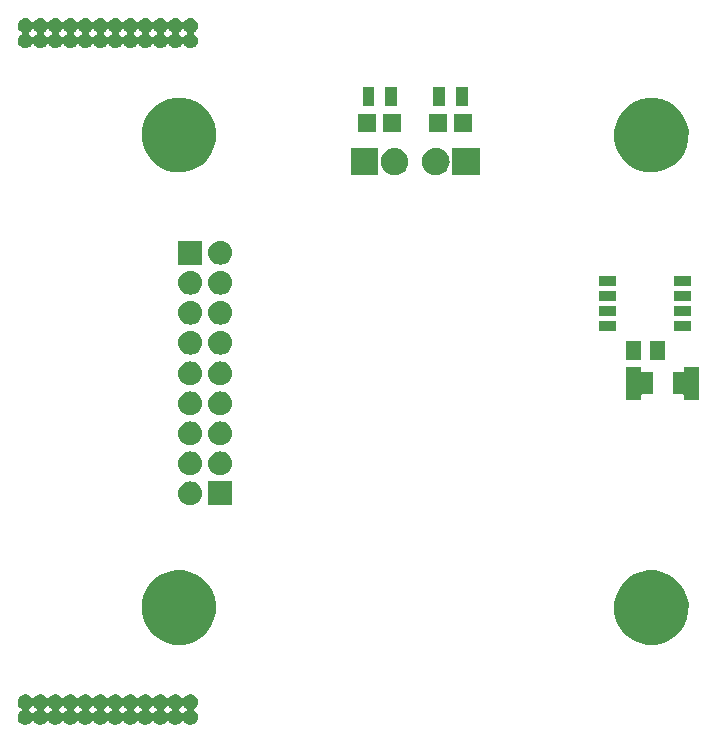
<source format=gts>
G04 #@! TF.FileFunction,Soldermask,Top*
%FSLAX46Y46*%
G04 Gerber Fmt 4.6, Leading zero omitted, Abs format (unit mm)*
G04 Created by KiCad (PCBNEW 4.0.6+dfsg1-1) date Mon Aug 28 12:32:08 2017*
%MOMM*%
%LPD*%
G01*
G04 APERTURE LIST*
%ADD10C,0.100000*%
G04 APERTURE END LIST*
D10*
G36*
X81038272Y-127350430D02*
X81163139Y-127376061D01*
X81280652Y-127425459D01*
X81386332Y-127496741D01*
X81476156Y-127587194D01*
X81546695Y-127693364D01*
X81595271Y-127811218D01*
X81619928Y-127935744D01*
X81619928Y-127935758D01*
X81620028Y-127936264D01*
X81617995Y-128081861D01*
X81617880Y-128082366D01*
X81617880Y-128082379D01*
X81589757Y-128206165D01*
X81537910Y-128322615D01*
X81464428Y-128426783D01*
X81372120Y-128514686D01*
X81283677Y-128570814D01*
X81267626Y-128584517D01*
X81256028Y-128602149D01*
X81249802Y-128622315D01*
X81249440Y-128643416D01*
X81254971Y-128663783D01*
X81265957Y-128681802D01*
X81281924Y-128696317D01*
X81386332Y-128766741D01*
X81476156Y-128857194D01*
X81546695Y-128963364D01*
X81595271Y-129081218D01*
X81619928Y-129205744D01*
X81619928Y-129205758D01*
X81620028Y-129206264D01*
X81617995Y-129351861D01*
X81617880Y-129352366D01*
X81617880Y-129352379D01*
X81589757Y-129476165D01*
X81537910Y-129592615D01*
X81464428Y-129696783D01*
X81372117Y-129784689D01*
X81264491Y-129852991D01*
X81145647Y-129899088D01*
X81020109Y-129921223D01*
X80892660Y-129918553D01*
X80768167Y-129891181D01*
X80651354Y-129840148D01*
X80546683Y-129767400D01*
X80458133Y-129675703D01*
X80398895Y-129583783D01*
X80385080Y-129567828D01*
X80367367Y-129556354D01*
X80347159Y-129550268D01*
X80326056Y-129550053D01*
X80305728Y-129555726D01*
X80287786Y-129566838D01*
X80273649Y-129582508D01*
X80268562Y-129591692D01*
X80194428Y-129696783D01*
X80102117Y-129784689D01*
X79994491Y-129852991D01*
X79875647Y-129899088D01*
X79750109Y-129921223D01*
X79622660Y-129918553D01*
X79498167Y-129891181D01*
X79381354Y-129840148D01*
X79276683Y-129767400D01*
X79188133Y-129675703D01*
X79128895Y-129583783D01*
X79115080Y-129567828D01*
X79097367Y-129556354D01*
X79077159Y-129550268D01*
X79056056Y-129550053D01*
X79035728Y-129555726D01*
X79017786Y-129566838D01*
X79003649Y-129582508D01*
X78998562Y-129591692D01*
X78924428Y-129696783D01*
X78832117Y-129784689D01*
X78724491Y-129852991D01*
X78605647Y-129899088D01*
X78480109Y-129921223D01*
X78352660Y-129918553D01*
X78228167Y-129891181D01*
X78111354Y-129840148D01*
X78006683Y-129767400D01*
X77918133Y-129675703D01*
X77858895Y-129583783D01*
X77845080Y-129567828D01*
X77827367Y-129556354D01*
X77807159Y-129550268D01*
X77786056Y-129550053D01*
X77765728Y-129555726D01*
X77747786Y-129566838D01*
X77733649Y-129582508D01*
X77728562Y-129591692D01*
X77654428Y-129696783D01*
X77562117Y-129784689D01*
X77454491Y-129852991D01*
X77335647Y-129899088D01*
X77210109Y-129921223D01*
X77082660Y-129918553D01*
X76958167Y-129891181D01*
X76841354Y-129840148D01*
X76736683Y-129767400D01*
X76648133Y-129675703D01*
X76588895Y-129583783D01*
X76575080Y-129567828D01*
X76557367Y-129556354D01*
X76537159Y-129550268D01*
X76516056Y-129550053D01*
X76495728Y-129555726D01*
X76477786Y-129566838D01*
X76463649Y-129582508D01*
X76458562Y-129591692D01*
X76384428Y-129696783D01*
X76292117Y-129784689D01*
X76184491Y-129852991D01*
X76065647Y-129899088D01*
X75940109Y-129921223D01*
X75812660Y-129918553D01*
X75688167Y-129891181D01*
X75571354Y-129840148D01*
X75466683Y-129767400D01*
X75378133Y-129675703D01*
X75318895Y-129583783D01*
X75305080Y-129567828D01*
X75287367Y-129556354D01*
X75267159Y-129550268D01*
X75246056Y-129550053D01*
X75225728Y-129555726D01*
X75207786Y-129566838D01*
X75193649Y-129582508D01*
X75188562Y-129591692D01*
X75114428Y-129696783D01*
X75022117Y-129784689D01*
X74914491Y-129852991D01*
X74795647Y-129899088D01*
X74670109Y-129921223D01*
X74542660Y-129918553D01*
X74418167Y-129891181D01*
X74301354Y-129840148D01*
X74196683Y-129767400D01*
X74108133Y-129675703D01*
X74048895Y-129583783D01*
X74035080Y-129567828D01*
X74017367Y-129556354D01*
X73997159Y-129550268D01*
X73976056Y-129550053D01*
X73955728Y-129555726D01*
X73937786Y-129566838D01*
X73923649Y-129582508D01*
X73918562Y-129591692D01*
X73844428Y-129696783D01*
X73752117Y-129784689D01*
X73644491Y-129852991D01*
X73525647Y-129899088D01*
X73400109Y-129921223D01*
X73272660Y-129918553D01*
X73148167Y-129891181D01*
X73031354Y-129840148D01*
X72926683Y-129767400D01*
X72838133Y-129675703D01*
X72778895Y-129583783D01*
X72765080Y-129567828D01*
X72747367Y-129556354D01*
X72727159Y-129550268D01*
X72706056Y-129550053D01*
X72685728Y-129555726D01*
X72667786Y-129566838D01*
X72653649Y-129582508D01*
X72648562Y-129591692D01*
X72574428Y-129696783D01*
X72482117Y-129784689D01*
X72374491Y-129852991D01*
X72255647Y-129899088D01*
X72130109Y-129921223D01*
X72002660Y-129918553D01*
X71878167Y-129891181D01*
X71761354Y-129840148D01*
X71656683Y-129767400D01*
X71568133Y-129675703D01*
X71508895Y-129583783D01*
X71495080Y-129567828D01*
X71477367Y-129556354D01*
X71457159Y-129550268D01*
X71436056Y-129550053D01*
X71415728Y-129555726D01*
X71397786Y-129566838D01*
X71383649Y-129582508D01*
X71378562Y-129591692D01*
X71304428Y-129696783D01*
X71212117Y-129784689D01*
X71104491Y-129852991D01*
X70985647Y-129899088D01*
X70860109Y-129921223D01*
X70732660Y-129918553D01*
X70608167Y-129891181D01*
X70491354Y-129840148D01*
X70386683Y-129767400D01*
X70298133Y-129675703D01*
X70238895Y-129583783D01*
X70225080Y-129567828D01*
X70207367Y-129556354D01*
X70187159Y-129550268D01*
X70166056Y-129550053D01*
X70145728Y-129555726D01*
X70127786Y-129566838D01*
X70113649Y-129582508D01*
X70108562Y-129591692D01*
X70034428Y-129696783D01*
X69942117Y-129784689D01*
X69834491Y-129852991D01*
X69715647Y-129899088D01*
X69590109Y-129921223D01*
X69462660Y-129918553D01*
X69338167Y-129891181D01*
X69221354Y-129840148D01*
X69116683Y-129767400D01*
X69028133Y-129675703D01*
X68968895Y-129583783D01*
X68955080Y-129567828D01*
X68937367Y-129556354D01*
X68917159Y-129550268D01*
X68896056Y-129550053D01*
X68875728Y-129555726D01*
X68857786Y-129566838D01*
X68843649Y-129582508D01*
X68838562Y-129591692D01*
X68764428Y-129696783D01*
X68672117Y-129784689D01*
X68564491Y-129852991D01*
X68445647Y-129899088D01*
X68320109Y-129921223D01*
X68192660Y-129918553D01*
X68068167Y-129891181D01*
X67951354Y-129840148D01*
X67846683Y-129767400D01*
X67758133Y-129675703D01*
X67698895Y-129583783D01*
X67685080Y-129567828D01*
X67667367Y-129556354D01*
X67647159Y-129550268D01*
X67626056Y-129550053D01*
X67605728Y-129555726D01*
X67587786Y-129566838D01*
X67573649Y-129582508D01*
X67568562Y-129591692D01*
X67494428Y-129696783D01*
X67402117Y-129784689D01*
X67294491Y-129852991D01*
X67175647Y-129899088D01*
X67050109Y-129921223D01*
X66922660Y-129918553D01*
X66798167Y-129891181D01*
X66681354Y-129840148D01*
X66576683Y-129767400D01*
X66488133Y-129675703D01*
X66419077Y-129568549D01*
X66372154Y-129450034D01*
X66349143Y-129324655D01*
X66350922Y-129197192D01*
X66377425Y-129072508D01*
X66427642Y-128955344D01*
X66499658Y-128850166D01*
X66590738Y-128760974D01*
X66685816Y-128698757D01*
X66701674Y-128684832D01*
X66713025Y-128667040D01*
X66718969Y-128646790D01*
X66718979Y-128643416D01*
X67279440Y-128643416D01*
X67284971Y-128663783D01*
X67295957Y-128681802D01*
X67311924Y-128696317D01*
X67416332Y-128766741D01*
X67506154Y-128857192D01*
X67572021Y-128956330D01*
X67586057Y-128972090D01*
X67603928Y-128983316D01*
X67624219Y-128989118D01*
X67645324Y-128989038D01*
X67665570Y-128983082D01*
X67683355Y-128971721D01*
X67696374Y-128957197D01*
X67769658Y-128850166D01*
X67860738Y-128760974D01*
X67955816Y-128698757D01*
X67971674Y-128684832D01*
X67983025Y-128667040D01*
X67988969Y-128646790D01*
X67988979Y-128643416D01*
X68549440Y-128643416D01*
X68554971Y-128663783D01*
X68565957Y-128681802D01*
X68581924Y-128696317D01*
X68686332Y-128766741D01*
X68776154Y-128857192D01*
X68842021Y-128956330D01*
X68856057Y-128972090D01*
X68873928Y-128983316D01*
X68894219Y-128989118D01*
X68915324Y-128989038D01*
X68935570Y-128983082D01*
X68953355Y-128971721D01*
X68966374Y-128957197D01*
X69039658Y-128850166D01*
X69130738Y-128760974D01*
X69225816Y-128698757D01*
X69241674Y-128684832D01*
X69253025Y-128667040D01*
X69258969Y-128646790D01*
X69258979Y-128643416D01*
X69819440Y-128643416D01*
X69824971Y-128663783D01*
X69835957Y-128681802D01*
X69851924Y-128696317D01*
X69956332Y-128766741D01*
X70046154Y-128857192D01*
X70112021Y-128956330D01*
X70126057Y-128972090D01*
X70143928Y-128983316D01*
X70164219Y-128989118D01*
X70185324Y-128989038D01*
X70205570Y-128983082D01*
X70223355Y-128971721D01*
X70236374Y-128957197D01*
X70309658Y-128850166D01*
X70400738Y-128760974D01*
X70495816Y-128698757D01*
X70511674Y-128684832D01*
X70523025Y-128667040D01*
X70528969Y-128646790D01*
X70528979Y-128643416D01*
X71089440Y-128643416D01*
X71094971Y-128663783D01*
X71105957Y-128681802D01*
X71121924Y-128696317D01*
X71226332Y-128766741D01*
X71316154Y-128857192D01*
X71382021Y-128956330D01*
X71396057Y-128972090D01*
X71413928Y-128983316D01*
X71434219Y-128989118D01*
X71455324Y-128989038D01*
X71475570Y-128983082D01*
X71493355Y-128971721D01*
X71506374Y-128957197D01*
X71579658Y-128850166D01*
X71670738Y-128760974D01*
X71765816Y-128698757D01*
X71781674Y-128684832D01*
X71793025Y-128667040D01*
X71798969Y-128646790D01*
X71798979Y-128643416D01*
X72359440Y-128643416D01*
X72364971Y-128663783D01*
X72375957Y-128681802D01*
X72391924Y-128696317D01*
X72496332Y-128766741D01*
X72586154Y-128857192D01*
X72652021Y-128956330D01*
X72666057Y-128972090D01*
X72683928Y-128983316D01*
X72704219Y-128989118D01*
X72725324Y-128989038D01*
X72745570Y-128983082D01*
X72763355Y-128971721D01*
X72776374Y-128957197D01*
X72849658Y-128850166D01*
X72940738Y-128760974D01*
X73035816Y-128698757D01*
X73051674Y-128684832D01*
X73063025Y-128667040D01*
X73068969Y-128646790D01*
X73068979Y-128643416D01*
X73629440Y-128643416D01*
X73634971Y-128663783D01*
X73645957Y-128681802D01*
X73661924Y-128696317D01*
X73766332Y-128766741D01*
X73856154Y-128857192D01*
X73922021Y-128956330D01*
X73936057Y-128972090D01*
X73953928Y-128983316D01*
X73974219Y-128989118D01*
X73995324Y-128989038D01*
X74015570Y-128983082D01*
X74033355Y-128971721D01*
X74046374Y-128957197D01*
X74119658Y-128850166D01*
X74210738Y-128760974D01*
X74305816Y-128698757D01*
X74321674Y-128684832D01*
X74333025Y-128667040D01*
X74338969Y-128646790D01*
X74338979Y-128643416D01*
X74899440Y-128643416D01*
X74904971Y-128663783D01*
X74915957Y-128681802D01*
X74931924Y-128696317D01*
X75036332Y-128766741D01*
X75126154Y-128857192D01*
X75192021Y-128956330D01*
X75206057Y-128972090D01*
X75223928Y-128983316D01*
X75244219Y-128989118D01*
X75265324Y-128989038D01*
X75285570Y-128983082D01*
X75303355Y-128971721D01*
X75316374Y-128957197D01*
X75389658Y-128850166D01*
X75480738Y-128760974D01*
X75575816Y-128698757D01*
X75591674Y-128684832D01*
X75603025Y-128667040D01*
X75608969Y-128646790D01*
X75608979Y-128643416D01*
X76169440Y-128643416D01*
X76174971Y-128663783D01*
X76185957Y-128681802D01*
X76201924Y-128696317D01*
X76306332Y-128766741D01*
X76396154Y-128857192D01*
X76462021Y-128956330D01*
X76476057Y-128972090D01*
X76493928Y-128983316D01*
X76514219Y-128989118D01*
X76535324Y-128989038D01*
X76555570Y-128983082D01*
X76573355Y-128971721D01*
X76586374Y-128957197D01*
X76659658Y-128850166D01*
X76750738Y-128760974D01*
X76845816Y-128698757D01*
X76861674Y-128684832D01*
X76873025Y-128667040D01*
X76878969Y-128646790D01*
X76878979Y-128643416D01*
X77439440Y-128643416D01*
X77444971Y-128663783D01*
X77455957Y-128681802D01*
X77471924Y-128696317D01*
X77576332Y-128766741D01*
X77666154Y-128857192D01*
X77732021Y-128956330D01*
X77746057Y-128972090D01*
X77763928Y-128983316D01*
X77784219Y-128989118D01*
X77805324Y-128989038D01*
X77825570Y-128983082D01*
X77843355Y-128971721D01*
X77856374Y-128957197D01*
X77929658Y-128850166D01*
X78020738Y-128760974D01*
X78115816Y-128698757D01*
X78131674Y-128684832D01*
X78143025Y-128667040D01*
X78148969Y-128646790D01*
X78148979Y-128643416D01*
X78709440Y-128643416D01*
X78714971Y-128663783D01*
X78725957Y-128681802D01*
X78741924Y-128696317D01*
X78846332Y-128766741D01*
X78936154Y-128857192D01*
X79002021Y-128956330D01*
X79016057Y-128972090D01*
X79033928Y-128983316D01*
X79054219Y-128989118D01*
X79075324Y-128989038D01*
X79095570Y-128983082D01*
X79113355Y-128971721D01*
X79126374Y-128957197D01*
X79199658Y-128850166D01*
X79290738Y-128760974D01*
X79385816Y-128698757D01*
X79401674Y-128684832D01*
X79413025Y-128667040D01*
X79418969Y-128646790D01*
X79418979Y-128643416D01*
X79979440Y-128643416D01*
X79984971Y-128663783D01*
X79995957Y-128681802D01*
X80011924Y-128696317D01*
X80116332Y-128766741D01*
X80206154Y-128857192D01*
X80272021Y-128956330D01*
X80286057Y-128972090D01*
X80303928Y-128983316D01*
X80324219Y-128989118D01*
X80345324Y-128989038D01*
X80365570Y-128983082D01*
X80383355Y-128971721D01*
X80396374Y-128957197D01*
X80469658Y-128850166D01*
X80560738Y-128760974D01*
X80655816Y-128698757D01*
X80671674Y-128684832D01*
X80683025Y-128667040D01*
X80688969Y-128646790D01*
X80689036Y-128625685D01*
X80683222Y-128605398D01*
X80671985Y-128587533D01*
X80657304Y-128574473D01*
X80657393Y-128574345D01*
X80656328Y-128573605D01*
X80656217Y-128573506D01*
X80656074Y-128573429D01*
X80546683Y-128497400D01*
X80458133Y-128405703D01*
X80398895Y-128313783D01*
X80385080Y-128297828D01*
X80367367Y-128286354D01*
X80347159Y-128280268D01*
X80326056Y-128280053D01*
X80305728Y-128285726D01*
X80287786Y-128296838D01*
X80273649Y-128312508D01*
X80268562Y-128321692D01*
X80194428Y-128426783D01*
X80102120Y-128514686D01*
X80013677Y-128570814D01*
X79997626Y-128584517D01*
X79986028Y-128602149D01*
X79979802Y-128622315D01*
X79979440Y-128643416D01*
X79418979Y-128643416D01*
X79419036Y-128625685D01*
X79413222Y-128605398D01*
X79401985Y-128587533D01*
X79387304Y-128574473D01*
X79387393Y-128574345D01*
X79386328Y-128573605D01*
X79386217Y-128573506D01*
X79386074Y-128573429D01*
X79276683Y-128497400D01*
X79188133Y-128405703D01*
X79128895Y-128313783D01*
X79115080Y-128297828D01*
X79097367Y-128286354D01*
X79077159Y-128280268D01*
X79056056Y-128280053D01*
X79035728Y-128285726D01*
X79017786Y-128296838D01*
X79003649Y-128312508D01*
X78998562Y-128321692D01*
X78924428Y-128426783D01*
X78832120Y-128514686D01*
X78743677Y-128570814D01*
X78727626Y-128584517D01*
X78716028Y-128602149D01*
X78709802Y-128622315D01*
X78709440Y-128643416D01*
X78148979Y-128643416D01*
X78149036Y-128625685D01*
X78143222Y-128605398D01*
X78131985Y-128587533D01*
X78117304Y-128574473D01*
X78117393Y-128574345D01*
X78116328Y-128573605D01*
X78116217Y-128573506D01*
X78116074Y-128573429D01*
X78006683Y-128497400D01*
X77918133Y-128405703D01*
X77858895Y-128313783D01*
X77845080Y-128297828D01*
X77827367Y-128286354D01*
X77807159Y-128280268D01*
X77786056Y-128280053D01*
X77765728Y-128285726D01*
X77747786Y-128296838D01*
X77733649Y-128312508D01*
X77728562Y-128321692D01*
X77654428Y-128426783D01*
X77562120Y-128514686D01*
X77473677Y-128570814D01*
X77457626Y-128584517D01*
X77446028Y-128602149D01*
X77439802Y-128622315D01*
X77439440Y-128643416D01*
X76878979Y-128643416D01*
X76879036Y-128625685D01*
X76873222Y-128605398D01*
X76861985Y-128587533D01*
X76847304Y-128574473D01*
X76847393Y-128574345D01*
X76846328Y-128573605D01*
X76846217Y-128573506D01*
X76846074Y-128573429D01*
X76736683Y-128497400D01*
X76648133Y-128405703D01*
X76588895Y-128313783D01*
X76575080Y-128297828D01*
X76557367Y-128286354D01*
X76537159Y-128280268D01*
X76516056Y-128280053D01*
X76495728Y-128285726D01*
X76477786Y-128296838D01*
X76463649Y-128312508D01*
X76458562Y-128321692D01*
X76384428Y-128426783D01*
X76292120Y-128514686D01*
X76203677Y-128570814D01*
X76187626Y-128584517D01*
X76176028Y-128602149D01*
X76169802Y-128622315D01*
X76169440Y-128643416D01*
X75608979Y-128643416D01*
X75609036Y-128625685D01*
X75603222Y-128605398D01*
X75591985Y-128587533D01*
X75577304Y-128574473D01*
X75577393Y-128574345D01*
X75576328Y-128573605D01*
X75576217Y-128573506D01*
X75576074Y-128573429D01*
X75466683Y-128497400D01*
X75378133Y-128405703D01*
X75318895Y-128313783D01*
X75305080Y-128297828D01*
X75287367Y-128286354D01*
X75267159Y-128280268D01*
X75246056Y-128280053D01*
X75225728Y-128285726D01*
X75207786Y-128296838D01*
X75193649Y-128312508D01*
X75188562Y-128321692D01*
X75114428Y-128426783D01*
X75022120Y-128514686D01*
X74933677Y-128570814D01*
X74917626Y-128584517D01*
X74906028Y-128602149D01*
X74899802Y-128622315D01*
X74899440Y-128643416D01*
X74338979Y-128643416D01*
X74339036Y-128625685D01*
X74333222Y-128605398D01*
X74321985Y-128587533D01*
X74307304Y-128574473D01*
X74307393Y-128574345D01*
X74306328Y-128573605D01*
X74306217Y-128573506D01*
X74306074Y-128573429D01*
X74196683Y-128497400D01*
X74108133Y-128405703D01*
X74048895Y-128313783D01*
X74035080Y-128297828D01*
X74017367Y-128286354D01*
X73997159Y-128280268D01*
X73976056Y-128280053D01*
X73955728Y-128285726D01*
X73937786Y-128296838D01*
X73923649Y-128312508D01*
X73918562Y-128321692D01*
X73844428Y-128426783D01*
X73752120Y-128514686D01*
X73663677Y-128570814D01*
X73647626Y-128584517D01*
X73636028Y-128602149D01*
X73629802Y-128622315D01*
X73629440Y-128643416D01*
X73068979Y-128643416D01*
X73069036Y-128625685D01*
X73063222Y-128605398D01*
X73051985Y-128587533D01*
X73037304Y-128574473D01*
X73037393Y-128574345D01*
X73036328Y-128573605D01*
X73036217Y-128573506D01*
X73036074Y-128573429D01*
X72926683Y-128497400D01*
X72838133Y-128405703D01*
X72778895Y-128313783D01*
X72765080Y-128297828D01*
X72747367Y-128286354D01*
X72727159Y-128280268D01*
X72706056Y-128280053D01*
X72685728Y-128285726D01*
X72667786Y-128296838D01*
X72653649Y-128312508D01*
X72648562Y-128321692D01*
X72574428Y-128426783D01*
X72482120Y-128514686D01*
X72393677Y-128570814D01*
X72377626Y-128584517D01*
X72366028Y-128602149D01*
X72359802Y-128622315D01*
X72359440Y-128643416D01*
X71798979Y-128643416D01*
X71799036Y-128625685D01*
X71793222Y-128605398D01*
X71781985Y-128587533D01*
X71767304Y-128574473D01*
X71767393Y-128574345D01*
X71766328Y-128573605D01*
X71766217Y-128573506D01*
X71766074Y-128573429D01*
X71656683Y-128497400D01*
X71568133Y-128405703D01*
X71508895Y-128313783D01*
X71495080Y-128297828D01*
X71477367Y-128286354D01*
X71457159Y-128280268D01*
X71436056Y-128280053D01*
X71415728Y-128285726D01*
X71397786Y-128296838D01*
X71383649Y-128312508D01*
X71378562Y-128321692D01*
X71304428Y-128426783D01*
X71212120Y-128514686D01*
X71123677Y-128570814D01*
X71107626Y-128584517D01*
X71096028Y-128602149D01*
X71089802Y-128622315D01*
X71089440Y-128643416D01*
X70528979Y-128643416D01*
X70529036Y-128625685D01*
X70523222Y-128605398D01*
X70511985Y-128587533D01*
X70497304Y-128574473D01*
X70497393Y-128574345D01*
X70496328Y-128573605D01*
X70496217Y-128573506D01*
X70496074Y-128573429D01*
X70386683Y-128497400D01*
X70298133Y-128405703D01*
X70238895Y-128313783D01*
X70225080Y-128297828D01*
X70207367Y-128286354D01*
X70187159Y-128280268D01*
X70166056Y-128280053D01*
X70145728Y-128285726D01*
X70127786Y-128296838D01*
X70113649Y-128312508D01*
X70108562Y-128321692D01*
X70034428Y-128426783D01*
X69942120Y-128514686D01*
X69853677Y-128570814D01*
X69837626Y-128584517D01*
X69826028Y-128602149D01*
X69819802Y-128622315D01*
X69819440Y-128643416D01*
X69258979Y-128643416D01*
X69259036Y-128625685D01*
X69253222Y-128605398D01*
X69241985Y-128587533D01*
X69227304Y-128574473D01*
X69227393Y-128574345D01*
X69226328Y-128573605D01*
X69226217Y-128573506D01*
X69226074Y-128573429D01*
X69116683Y-128497400D01*
X69028133Y-128405703D01*
X68968895Y-128313783D01*
X68955080Y-128297828D01*
X68937367Y-128286354D01*
X68917159Y-128280268D01*
X68896056Y-128280053D01*
X68875728Y-128285726D01*
X68857786Y-128296838D01*
X68843649Y-128312508D01*
X68838562Y-128321692D01*
X68764428Y-128426783D01*
X68672120Y-128514686D01*
X68583677Y-128570814D01*
X68567626Y-128584517D01*
X68556028Y-128602149D01*
X68549802Y-128622315D01*
X68549440Y-128643416D01*
X67988979Y-128643416D01*
X67989036Y-128625685D01*
X67983222Y-128605398D01*
X67971985Y-128587533D01*
X67957304Y-128574473D01*
X67957393Y-128574345D01*
X67956328Y-128573605D01*
X67956217Y-128573506D01*
X67956074Y-128573429D01*
X67846683Y-128497400D01*
X67758133Y-128405703D01*
X67698895Y-128313783D01*
X67685080Y-128297828D01*
X67667367Y-128286354D01*
X67647159Y-128280268D01*
X67626056Y-128280053D01*
X67605728Y-128285726D01*
X67587786Y-128296838D01*
X67573649Y-128312508D01*
X67568562Y-128321692D01*
X67494428Y-128426783D01*
X67402120Y-128514686D01*
X67313677Y-128570814D01*
X67297626Y-128584517D01*
X67286028Y-128602149D01*
X67279802Y-128622315D01*
X67279440Y-128643416D01*
X66718979Y-128643416D01*
X66719036Y-128625685D01*
X66713222Y-128605398D01*
X66701985Y-128587533D01*
X66687304Y-128574473D01*
X66687393Y-128574345D01*
X66686328Y-128573605D01*
X66686217Y-128573506D01*
X66686074Y-128573429D01*
X66576683Y-128497400D01*
X66488133Y-128405703D01*
X66419077Y-128298549D01*
X66372154Y-128180034D01*
X66349143Y-128054655D01*
X66350922Y-127927192D01*
X66377425Y-127802508D01*
X66427642Y-127685344D01*
X66499658Y-127580166D01*
X66590738Y-127490974D01*
X66697395Y-127421180D01*
X66815589Y-127373426D01*
X66940807Y-127349539D01*
X67068272Y-127350430D01*
X67193139Y-127376061D01*
X67310652Y-127425459D01*
X67416332Y-127496741D01*
X67506154Y-127587192D01*
X67572021Y-127686330D01*
X67586057Y-127702090D01*
X67603928Y-127713316D01*
X67624219Y-127719118D01*
X67645324Y-127719038D01*
X67665570Y-127713082D01*
X67683355Y-127701721D01*
X67696374Y-127687197D01*
X67769658Y-127580166D01*
X67860738Y-127490974D01*
X67967395Y-127421180D01*
X68085589Y-127373426D01*
X68210807Y-127349539D01*
X68338272Y-127350430D01*
X68463139Y-127376061D01*
X68580652Y-127425459D01*
X68686332Y-127496741D01*
X68776154Y-127587192D01*
X68842021Y-127686330D01*
X68856057Y-127702090D01*
X68873928Y-127713316D01*
X68894219Y-127719118D01*
X68915324Y-127719038D01*
X68935570Y-127713082D01*
X68953355Y-127701721D01*
X68966374Y-127687197D01*
X69039658Y-127580166D01*
X69130738Y-127490974D01*
X69237395Y-127421180D01*
X69355589Y-127373426D01*
X69480807Y-127349539D01*
X69608272Y-127350430D01*
X69733139Y-127376061D01*
X69850652Y-127425459D01*
X69956332Y-127496741D01*
X70046154Y-127587192D01*
X70112021Y-127686330D01*
X70126057Y-127702090D01*
X70143928Y-127713316D01*
X70164219Y-127719118D01*
X70185324Y-127719038D01*
X70205570Y-127713082D01*
X70223355Y-127701721D01*
X70236374Y-127687197D01*
X70309658Y-127580166D01*
X70400738Y-127490974D01*
X70507395Y-127421180D01*
X70625589Y-127373426D01*
X70750807Y-127349539D01*
X70878272Y-127350430D01*
X71003139Y-127376061D01*
X71120652Y-127425459D01*
X71226332Y-127496741D01*
X71316154Y-127587192D01*
X71382021Y-127686330D01*
X71396057Y-127702090D01*
X71413928Y-127713316D01*
X71434219Y-127719118D01*
X71455324Y-127719038D01*
X71475570Y-127713082D01*
X71493355Y-127701721D01*
X71506374Y-127687197D01*
X71579658Y-127580166D01*
X71670738Y-127490974D01*
X71777395Y-127421180D01*
X71895589Y-127373426D01*
X72020807Y-127349539D01*
X72148272Y-127350430D01*
X72273139Y-127376061D01*
X72390652Y-127425459D01*
X72496332Y-127496741D01*
X72586154Y-127587192D01*
X72652021Y-127686330D01*
X72666057Y-127702090D01*
X72683928Y-127713316D01*
X72704219Y-127719118D01*
X72725324Y-127719038D01*
X72745570Y-127713082D01*
X72763355Y-127701721D01*
X72776374Y-127687197D01*
X72849658Y-127580166D01*
X72940738Y-127490974D01*
X73047395Y-127421180D01*
X73165589Y-127373426D01*
X73290807Y-127349539D01*
X73418272Y-127350430D01*
X73543139Y-127376061D01*
X73660652Y-127425459D01*
X73766332Y-127496741D01*
X73856154Y-127587192D01*
X73922021Y-127686330D01*
X73936057Y-127702090D01*
X73953928Y-127713316D01*
X73974219Y-127719118D01*
X73995324Y-127719038D01*
X74015570Y-127713082D01*
X74033355Y-127701721D01*
X74046374Y-127687197D01*
X74119658Y-127580166D01*
X74210738Y-127490974D01*
X74317395Y-127421180D01*
X74435589Y-127373426D01*
X74560807Y-127349539D01*
X74688272Y-127350430D01*
X74813139Y-127376061D01*
X74930652Y-127425459D01*
X75036332Y-127496741D01*
X75126154Y-127587192D01*
X75192021Y-127686330D01*
X75206057Y-127702090D01*
X75223928Y-127713316D01*
X75244219Y-127719118D01*
X75265324Y-127719038D01*
X75285570Y-127713082D01*
X75303355Y-127701721D01*
X75316374Y-127687197D01*
X75389658Y-127580166D01*
X75480738Y-127490974D01*
X75587395Y-127421180D01*
X75705589Y-127373426D01*
X75830807Y-127349539D01*
X75958272Y-127350430D01*
X76083139Y-127376061D01*
X76200652Y-127425459D01*
X76306332Y-127496741D01*
X76396154Y-127587192D01*
X76462021Y-127686330D01*
X76476057Y-127702090D01*
X76493928Y-127713316D01*
X76514219Y-127719118D01*
X76535324Y-127719038D01*
X76555570Y-127713082D01*
X76573355Y-127701721D01*
X76586374Y-127687197D01*
X76659658Y-127580166D01*
X76750738Y-127490974D01*
X76857395Y-127421180D01*
X76975589Y-127373426D01*
X77100807Y-127349539D01*
X77228272Y-127350430D01*
X77353139Y-127376061D01*
X77470652Y-127425459D01*
X77576332Y-127496741D01*
X77666154Y-127587192D01*
X77732021Y-127686330D01*
X77746057Y-127702090D01*
X77763928Y-127713316D01*
X77784219Y-127719118D01*
X77805324Y-127719038D01*
X77825570Y-127713082D01*
X77843355Y-127701721D01*
X77856374Y-127687197D01*
X77929658Y-127580166D01*
X78020738Y-127490974D01*
X78127395Y-127421180D01*
X78245589Y-127373426D01*
X78370807Y-127349539D01*
X78498272Y-127350430D01*
X78623139Y-127376061D01*
X78740652Y-127425459D01*
X78846332Y-127496741D01*
X78936154Y-127587192D01*
X79002021Y-127686330D01*
X79016057Y-127702090D01*
X79033928Y-127713316D01*
X79054219Y-127719118D01*
X79075324Y-127719038D01*
X79095570Y-127713082D01*
X79113355Y-127701721D01*
X79126374Y-127687197D01*
X79199658Y-127580166D01*
X79290738Y-127490974D01*
X79397395Y-127421180D01*
X79515589Y-127373426D01*
X79640807Y-127349539D01*
X79768272Y-127350430D01*
X79893139Y-127376061D01*
X80010652Y-127425459D01*
X80116332Y-127496741D01*
X80206154Y-127587192D01*
X80272021Y-127686330D01*
X80286057Y-127702090D01*
X80303928Y-127713316D01*
X80324219Y-127719118D01*
X80345324Y-127719038D01*
X80365570Y-127713082D01*
X80383355Y-127701721D01*
X80396374Y-127687197D01*
X80469658Y-127580166D01*
X80560738Y-127490974D01*
X80667395Y-127421180D01*
X80785589Y-127373426D01*
X80910807Y-127349539D01*
X81038272Y-127350430D01*
X81038272Y-127350430D01*
G37*
G36*
X80330857Y-116852095D02*
X80935986Y-116976310D01*
X81505467Y-117215697D01*
X82017603Y-117561138D01*
X82452891Y-117999475D01*
X82794745Y-118514007D01*
X83030149Y-119085141D01*
X83150035Y-119690608D01*
X83150035Y-119690616D01*
X83150136Y-119691127D01*
X83140283Y-120396710D01*
X83140168Y-120397215D01*
X83140168Y-120397228D01*
X83003424Y-120999106D01*
X82752164Y-121563447D01*
X82396076Y-122068233D01*
X81948718Y-122494247D01*
X81427136Y-122825253D01*
X80851201Y-123048643D01*
X80242834Y-123155915D01*
X79625218Y-123142978D01*
X79021886Y-123010327D01*
X78455807Y-122763013D01*
X77948539Y-122410453D01*
X77519422Y-121966089D01*
X77184778Y-121446823D01*
X76957373Y-120872462D01*
X76845857Y-120264862D01*
X76854482Y-119647171D01*
X76982919Y-119042926D01*
X77226274Y-118475135D01*
X77575285Y-117965417D01*
X78016646Y-117533204D01*
X78533551Y-117194951D01*
X79106320Y-116963537D01*
X79713130Y-116847782D01*
X80330857Y-116852095D01*
X80330857Y-116852095D01*
G37*
G36*
X120330857Y-116852095D02*
X120935986Y-116976310D01*
X121505467Y-117215697D01*
X122017603Y-117561138D01*
X122452891Y-117999475D01*
X122794745Y-118514007D01*
X123030149Y-119085141D01*
X123150035Y-119690608D01*
X123150035Y-119690616D01*
X123150136Y-119691127D01*
X123140283Y-120396710D01*
X123140168Y-120397215D01*
X123140168Y-120397228D01*
X123003424Y-120999106D01*
X122752164Y-121563447D01*
X122396076Y-122068233D01*
X121948718Y-122494247D01*
X121427136Y-122825253D01*
X120851201Y-123048643D01*
X120242834Y-123155915D01*
X119625218Y-123142978D01*
X119021886Y-123010327D01*
X118455807Y-122763013D01*
X117948539Y-122410453D01*
X117519422Y-121966089D01*
X117184778Y-121446823D01*
X116957373Y-120872462D01*
X116845857Y-120264862D01*
X116854482Y-119647171D01*
X116982919Y-119042926D01*
X117226274Y-118475135D01*
X117575285Y-117965417D01*
X118016646Y-117533204D01*
X118533551Y-117194951D01*
X119106320Y-116963537D01*
X119713130Y-116847782D01*
X120330857Y-116852095D01*
X120330857Y-116852095D01*
G37*
G36*
X84513600Y-111343600D02*
X82486400Y-111343600D01*
X82486400Y-109316400D01*
X84513600Y-109316400D01*
X84513600Y-111343600D01*
X84513600Y-111343600D01*
G37*
G36*
X80976007Y-109316477D02*
X80976013Y-109316478D01*
X80979056Y-109316499D01*
X81175643Y-109338550D01*
X81364204Y-109398364D01*
X81537555Y-109493665D01*
X81689094Y-109620821D01*
X81813048Y-109774990D01*
X81904698Y-109950299D01*
X81960550Y-110140070D01*
X81960555Y-110140122D01*
X81960561Y-110140143D01*
X81978482Y-110337073D01*
X81957813Y-110533738D01*
X81957807Y-110533758D01*
X81957801Y-110533813D01*
X81899304Y-110722786D01*
X81805216Y-110896798D01*
X81679121Y-111049221D01*
X81525822Y-111174249D01*
X81351157Y-111267120D01*
X81161780Y-111324296D01*
X80964904Y-111343600D01*
X80954969Y-111343600D01*
X80943993Y-111343523D01*
X80943987Y-111343522D01*
X80940944Y-111343501D01*
X80744357Y-111321450D01*
X80555796Y-111261636D01*
X80382445Y-111166335D01*
X80230906Y-111039179D01*
X80106952Y-110885010D01*
X80015302Y-110709701D01*
X79959450Y-110519930D01*
X79959445Y-110519878D01*
X79959439Y-110519857D01*
X79941518Y-110322927D01*
X79962187Y-110126262D01*
X79962193Y-110126242D01*
X79962199Y-110126187D01*
X80020696Y-109937214D01*
X80114784Y-109763202D01*
X80240879Y-109610779D01*
X80394178Y-109485751D01*
X80568843Y-109392880D01*
X80758220Y-109335704D01*
X80955096Y-109316400D01*
X80965031Y-109316400D01*
X80976007Y-109316477D01*
X80976007Y-109316477D01*
G37*
G36*
X80976007Y-106776477D02*
X80976013Y-106776478D01*
X80979056Y-106776499D01*
X81175643Y-106798550D01*
X81364204Y-106858364D01*
X81537555Y-106953665D01*
X81689094Y-107080821D01*
X81813048Y-107234990D01*
X81904698Y-107410299D01*
X81960550Y-107600070D01*
X81960555Y-107600122D01*
X81960561Y-107600143D01*
X81978482Y-107797073D01*
X81957813Y-107993738D01*
X81957807Y-107993758D01*
X81957801Y-107993813D01*
X81899304Y-108182786D01*
X81805216Y-108356798D01*
X81679121Y-108509221D01*
X81525822Y-108634249D01*
X81351157Y-108727120D01*
X81161780Y-108784296D01*
X80964904Y-108803600D01*
X80954969Y-108803600D01*
X80943993Y-108803523D01*
X80943987Y-108803522D01*
X80940944Y-108803501D01*
X80744357Y-108781450D01*
X80555796Y-108721636D01*
X80382445Y-108626335D01*
X80230906Y-108499179D01*
X80106952Y-108345010D01*
X80015302Y-108169701D01*
X79959450Y-107979930D01*
X79959445Y-107979878D01*
X79959439Y-107979857D01*
X79941518Y-107782927D01*
X79962187Y-107586262D01*
X79962193Y-107586242D01*
X79962199Y-107586187D01*
X80020696Y-107397214D01*
X80114784Y-107223202D01*
X80240879Y-107070779D01*
X80394178Y-106945751D01*
X80568843Y-106852880D01*
X80758220Y-106795704D01*
X80955096Y-106776400D01*
X80965031Y-106776400D01*
X80976007Y-106776477D01*
X80976007Y-106776477D01*
G37*
G36*
X83516007Y-106776477D02*
X83516013Y-106776478D01*
X83519056Y-106776499D01*
X83715643Y-106798550D01*
X83904204Y-106858364D01*
X84077555Y-106953665D01*
X84229094Y-107080821D01*
X84353048Y-107234990D01*
X84444698Y-107410299D01*
X84500550Y-107600070D01*
X84500555Y-107600122D01*
X84500561Y-107600143D01*
X84518482Y-107797073D01*
X84497813Y-107993738D01*
X84497807Y-107993758D01*
X84497801Y-107993813D01*
X84439304Y-108182786D01*
X84345216Y-108356798D01*
X84219121Y-108509221D01*
X84065822Y-108634249D01*
X83891157Y-108727120D01*
X83701780Y-108784296D01*
X83504904Y-108803600D01*
X83494969Y-108803600D01*
X83483993Y-108803523D01*
X83483987Y-108803522D01*
X83480944Y-108803501D01*
X83284357Y-108781450D01*
X83095796Y-108721636D01*
X82922445Y-108626335D01*
X82770906Y-108499179D01*
X82646952Y-108345010D01*
X82555302Y-108169701D01*
X82499450Y-107979930D01*
X82499445Y-107979878D01*
X82499439Y-107979857D01*
X82481518Y-107782927D01*
X82502187Y-107586262D01*
X82502193Y-107586242D01*
X82502199Y-107586187D01*
X82560696Y-107397214D01*
X82654784Y-107223202D01*
X82780879Y-107070779D01*
X82934178Y-106945751D01*
X83108843Y-106852880D01*
X83298220Y-106795704D01*
X83495096Y-106776400D01*
X83505031Y-106776400D01*
X83516007Y-106776477D01*
X83516007Y-106776477D01*
G37*
G36*
X80976007Y-104236477D02*
X80976013Y-104236478D01*
X80979056Y-104236499D01*
X81175643Y-104258550D01*
X81364204Y-104318364D01*
X81537555Y-104413665D01*
X81689094Y-104540821D01*
X81813048Y-104694990D01*
X81904698Y-104870299D01*
X81960550Y-105060070D01*
X81960555Y-105060122D01*
X81960561Y-105060143D01*
X81978482Y-105257073D01*
X81957813Y-105453738D01*
X81957807Y-105453758D01*
X81957801Y-105453813D01*
X81899304Y-105642786D01*
X81805216Y-105816798D01*
X81679121Y-105969221D01*
X81525822Y-106094249D01*
X81351157Y-106187120D01*
X81161780Y-106244296D01*
X80964904Y-106263600D01*
X80954969Y-106263600D01*
X80943993Y-106263523D01*
X80943987Y-106263522D01*
X80940944Y-106263501D01*
X80744357Y-106241450D01*
X80555796Y-106181636D01*
X80382445Y-106086335D01*
X80230906Y-105959179D01*
X80106952Y-105805010D01*
X80015302Y-105629701D01*
X79959450Y-105439930D01*
X79959445Y-105439878D01*
X79959439Y-105439857D01*
X79941518Y-105242927D01*
X79962187Y-105046262D01*
X79962193Y-105046242D01*
X79962199Y-105046187D01*
X80020696Y-104857214D01*
X80114784Y-104683202D01*
X80240879Y-104530779D01*
X80394178Y-104405751D01*
X80568843Y-104312880D01*
X80758220Y-104255704D01*
X80955096Y-104236400D01*
X80965031Y-104236400D01*
X80976007Y-104236477D01*
X80976007Y-104236477D01*
G37*
G36*
X83516007Y-104236477D02*
X83516013Y-104236478D01*
X83519056Y-104236499D01*
X83715643Y-104258550D01*
X83904204Y-104318364D01*
X84077555Y-104413665D01*
X84229094Y-104540821D01*
X84353048Y-104694990D01*
X84444698Y-104870299D01*
X84500550Y-105060070D01*
X84500555Y-105060122D01*
X84500561Y-105060143D01*
X84518482Y-105257073D01*
X84497813Y-105453738D01*
X84497807Y-105453758D01*
X84497801Y-105453813D01*
X84439304Y-105642786D01*
X84345216Y-105816798D01*
X84219121Y-105969221D01*
X84065822Y-106094249D01*
X83891157Y-106187120D01*
X83701780Y-106244296D01*
X83504904Y-106263600D01*
X83494969Y-106263600D01*
X83483993Y-106263523D01*
X83483987Y-106263522D01*
X83480944Y-106263501D01*
X83284357Y-106241450D01*
X83095796Y-106181636D01*
X82922445Y-106086335D01*
X82770906Y-105959179D01*
X82646952Y-105805010D01*
X82555302Y-105629701D01*
X82499450Y-105439930D01*
X82499445Y-105439878D01*
X82499439Y-105439857D01*
X82481518Y-105242927D01*
X82502187Y-105046262D01*
X82502193Y-105046242D01*
X82502199Y-105046187D01*
X82560696Y-104857214D01*
X82654784Y-104683202D01*
X82780879Y-104530779D01*
X82934178Y-104405751D01*
X83108843Y-104312880D01*
X83298220Y-104255704D01*
X83495096Y-104236400D01*
X83505031Y-104236400D01*
X83516007Y-104236477D01*
X83516007Y-104236477D01*
G37*
G36*
X83516007Y-101696477D02*
X83516013Y-101696478D01*
X83519056Y-101696499D01*
X83715643Y-101718550D01*
X83904204Y-101778364D01*
X84077555Y-101873665D01*
X84229094Y-102000821D01*
X84353048Y-102154990D01*
X84444698Y-102330299D01*
X84500550Y-102520070D01*
X84500555Y-102520122D01*
X84500561Y-102520143D01*
X84518482Y-102717073D01*
X84497813Y-102913738D01*
X84497807Y-102913758D01*
X84497801Y-102913813D01*
X84439304Y-103102786D01*
X84345216Y-103276798D01*
X84219121Y-103429221D01*
X84065822Y-103554249D01*
X83891157Y-103647120D01*
X83701780Y-103704296D01*
X83504904Y-103723600D01*
X83494969Y-103723600D01*
X83483993Y-103723523D01*
X83483987Y-103723522D01*
X83480944Y-103723501D01*
X83284357Y-103701450D01*
X83095796Y-103641636D01*
X82922445Y-103546335D01*
X82770906Y-103419179D01*
X82646952Y-103265010D01*
X82555302Y-103089701D01*
X82499450Y-102899930D01*
X82499445Y-102899878D01*
X82499439Y-102899857D01*
X82481518Y-102702927D01*
X82502187Y-102506262D01*
X82502193Y-102506242D01*
X82502199Y-102506187D01*
X82560696Y-102317214D01*
X82654784Y-102143202D01*
X82780879Y-101990779D01*
X82934178Y-101865751D01*
X83108843Y-101772880D01*
X83298220Y-101715704D01*
X83495096Y-101696400D01*
X83505031Y-101696400D01*
X83516007Y-101696477D01*
X83516007Y-101696477D01*
G37*
G36*
X80976007Y-101696477D02*
X80976013Y-101696478D01*
X80979056Y-101696499D01*
X81175643Y-101718550D01*
X81364204Y-101778364D01*
X81537555Y-101873665D01*
X81689094Y-102000821D01*
X81813048Y-102154990D01*
X81904698Y-102330299D01*
X81960550Y-102520070D01*
X81960555Y-102520122D01*
X81960561Y-102520143D01*
X81978482Y-102717073D01*
X81957813Y-102913738D01*
X81957807Y-102913758D01*
X81957801Y-102913813D01*
X81899304Y-103102786D01*
X81805216Y-103276798D01*
X81679121Y-103429221D01*
X81525822Y-103554249D01*
X81351157Y-103647120D01*
X81161780Y-103704296D01*
X80964904Y-103723600D01*
X80954969Y-103723600D01*
X80943993Y-103723523D01*
X80943987Y-103723522D01*
X80940944Y-103723501D01*
X80744357Y-103701450D01*
X80555796Y-103641636D01*
X80382445Y-103546335D01*
X80230906Y-103419179D01*
X80106952Y-103265010D01*
X80015302Y-103089701D01*
X79959450Y-102899930D01*
X79959445Y-102899878D01*
X79959439Y-102899857D01*
X79941518Y-102702927D01*
X79962187Y-102506262D01*
X79962193Y-102506242D01*
X79962199Y-102506187D01*
X80020696Y-102317214D01*
X80114784Y-102143202D01*
X80240879Y-101990779D01*
X80394178Y-101865751D01*
X80568843Y-101772880D01*
X80758220Y-101715704D01*
X80955096Y-101696400D01*
X80965031Y-101696400D01*
X80976007Y-101696477D01*
X80976007Y-101696477D01*
G37*
G36*
X119150000Y-99975000D02*
X119152969Y-99995895D01*
X119161642Y-100015135D01*
X119175332Y-100031197D01*
X119192954Y-100042809D01*
X119213114Y-100049052D01*
X119225000Y-100050000D01*
X120100000Y-100050000D01*
X120100000Y-101950000D01*
X119225000Y-101950000D01*
X119204105Y-101952969D01*
X119184865Y-101961642D01*
X119168803Y-101975332D01*
X119157191Y-101992954D01*
X119150948Y-102013114D01*
X119150000Y-102025000D01*
X119150000Y-102400000D01*
X117850000Y-102400000D01*
X117850000Y-99600000D01*
X119150000Y-99600000D01*
X119150000Y-99975000D01*
X119150000Y-99975000D01*
G37*
G36*
X124050000Y-102400000D02*
X122750000Y-102400000D01*
X122750000Y-102025000D01*
X122747031Y-102004105D01*
X122738358Y-101984865D01*
X122724668Y-101968803D01*
X122707046Y-101957191D01*
X122686886Y-101950948D01*
X122675000Y-101950000D01*
X121800000Y-101950000D01*
X121800000Y-100050000D01*
X122675000Y-100050000D01*
X122695895Y-100047031D01*
X122715135Y-100038358D01*
X122731197Y-100024668D01*
X122742809Y-100007046D01*
X122749052Y-99986886D01*
X122750000Y-99975000D01*
X122750000Y-99600000D01*
X124050000Y-99600000D01*
X124050000Y-102400000D01*
X124050000Y-102400000D01*
G37*
G36*
X83516007Y-99156477D02*
X83516013Y-99156478D01*
X83519056Y-99156499D01*
X83715643Y-99178550D01*
X83904204Y-99238364D01*
X84077555Y-99333665D01*
X84229094Y-99460821D01*
X84353048Y-99614990D01*
X84444698Y-99790299D01*
X84500550Y-99980070D01*
X84500555Y-99980122D01*
X84500561Y-99980143D01*
X84518482Y-100177073D01*
X84497813Y-100373738D01*
X84497807Y-100373758D01*
X84497801Y-100373813D01*
X84439304Y-100562786D01*
X84345216Y-100736798D01*
X84219121Y-100889221D01*
X84065822Y-101014249D01*
X83891157Y-101107120D01*
X83701780Y-101164296D01*
X83504904Y-101183600D01*
X83494969Y-101183600D01*
X83483993Y-101183523D01*
X83483987Y-101183522D01*
X83480944Y-101183501D01*
X83284357Y-101161450D01*
X83095796Y-101101636D01*
X82922445Y-101006335D01*
X82770906Y-100879179D01*
X82646952Y-100725010D01*
X82555302Y-100549701D01*
X82499450Y-100359930D01*
X82499445Y-100359878D01*
X82499439Y-100359857D01*
X82481518Y-100162927D01*
X82502187Y-99966262D01*
X82502193Y-99966242D01*
X82502199Y-99966187D01*
X82560696Y-99777214D01*
X82654784Y-99603202D01*
X82780879Y-99450779D01*
X82934178Y-99325751D01*
X83108843Y-99232880D01*
X83298220Y-99175704D01*
X83495096Y-99156400D01*
X83505031Y-99156400D01*
X83516007Y-99156477D01*
X83516007Y-99156477D01*
G37*
G36*
X80976007Y-99156477D02*
X80976013Y-99156478D01*
X80979056Y-99156499D01*
X81175643Y-99178550D01*
X81364204Y-99238364D01*
X81537555Y-99333665D01*
X81689094Y-99460821D01*
X81813048Y-99614990D01*
X81904698Y-99790299D01*
X81960550Y-99980070D01*
X81960555Y-99980122D01*
X81960561Y-99980143D01*
X81978482Y-100177073D01*
X81957813Y-100373738D01*
X81957807Y-100373758D01*
X81957801Y-100373813D01*
X81899304Y-100562786D01*
X81805216Y-100736798D01*
X81679121Y-100889221D01*
X81525822Y-101014249D01*
X81351157Y-101107120D01*
X81161780Y-101164296D01*
X80964904Y-101183600D01*
X80954969Y-101183600D01*
X80943993Y-101183523D01*
X80943987Y-101183522D01*
X80940944Y-101183501D01*
X80744357Y-101161450D01*
X80555796Y-101101636D01*
X80382445Y-101006335D01*
X80230906Y-100879179D01*
X80106952Y-100725010D01*
X80015302Y-100549701D01*
X79959450Y-100359930D01*
X79959445Y-100359878D01*
X79959439Y-100359857D01*
X79941518Y-100162927D01*
X79962187Y-99966262D01*
X79962193Y-99966242D01*
X79962199Y-99966187D01*
X80020696Y-99777214D01*
X80114784Y-99603202D01*
X80240879Y-99450779D01*
X80394178Y-99325751D01*
X80568843Y-99232880D01*
X80758220Y-99175704D01*
X80955096Y-99156400D01*
X80965031Y-99156400D01*
X80976007Y-99156477D01*
X80976007Y-99156477D01*
G37*
G36*
X121150000Y-99025000D02*
X119850000Y-99025000D01*
X119850000Y-97475000D01*
X121150000Y-97475000D01*
X121150000Y-99025000D01*
X121150000Y-99025000D01*
G37*
G36*
X119150000Y-99025000D02*
X117850000Y-99025000D01*
X117850000Y-97475000D01*
X119150000Y-97475000D01*
X119150000Y-99025000D01*
X119150000Y-99025000D01*
G37*
G36*
X83516007Y-96566477D02*
X83516013Y-96566478D01*
X83519056Y-96566499D01*
X83715643Y-96588550D01*
X83904204Y-96648364D01*
X84077555Y-96743665D01*
X84229094Y-96870821D01*
X84353048Y-97024990D01*
X84444698Y-97200299D01*
X84500550Y-97390070D01*
X84500555Y-97390122D01*
X84500561Y-97390143D01*
X84518482Y-97587073D01*
X84497813Y-97783738D01*
X84497807Y-97783758D01*
X84497801Y-97783813D01*
X84439304Y-97972786D01*
X84345216Y-98146798D01*
X84219121Y-98299221D01*
X84065822Y-98424249D01*
X83891157Y-98517120D01*
X83701780Y-98574296D01*
X83504904Y-98593600D01*
X83494969Y-98593600D01*
X83483993Y-98593523D01*
X83483987Y-98593522D01*
X83480944Y-98593501D01*
X83284357Y-98571450D01*
X83095796Y-98511636D01*
X82922445Y-98416335D01*
X82770906Y-98289179D01*
X82646952Y-98135010D01*
X82555302Y-97959701D01*
X82499450Y-97769930D01*
X82499445Y-97769878D01*
X82499439Y-97769857D01*
X82481518Y-97572927D01*
X82502187Y-97376262D01*
X82502193Y-97376242D01*
X82502199Y-97376187D01*
X82560696Y-97187214D01*
X82654784Y-97013202D01*
X82780879Y-96860779D01*
X82934178Y-96735751D01*
X83108843Y-96642880D01*
X83298220Y-96585704D01*
X83495096Y-96566400D01*
X83505031Y-96566400D01*
X83516007Y-96566477D01*
X83516007Y-96566477D01*
G37*
G36*
X80976007Y-96566477D02*
X80976013Y-96566478D01*
X80979056Y-96566499D01*
X81175643Y-96588550D01*
X81364204Y-96648364D01*
X81537555Y-96743665D01*
X81689094Y-96870821D01*
X81813048Y-97024990D01*
X81904698Y-97200299D01*
X81960550Y-97390070D01*
X81960555Y-97390122D01*
X81960561Y-97390143D01*
X81978482Y-97587073D01*
X81957813Y-97783738D01*
X81957807Y-97783758D01*
X81957801Y-97783813D01*
X81899304Y-97972786D01*
X81805216Y-98146798D01*
X81679121Y-98299221D01*
X81525822Y-98424249D01*
X81351157Y-98517120D01*
X81161780Y-98574296D01*
X80964904Y-98593600D01*
X80954969Y-98593600D01*
X80943993Y-98593523D01*
X80943987Y-98593522D01*
X80940944Y-98593501D01*
X80744357Y-98571450D01*
X80555796Y-98511636D01*
X80382445Y-98416335D01*
X80230906Y-98289179D01*
X80106952Y-98135010D01*
X80015302Y-97959701D01*
X79959450Y-97769930D01*
X79959445Y-97769878D01*
X79959439Y-97769857D01*
X79941518Y-97572927D01*
X79962187Y-97376262D01*
X79962193Y-97376242D01*
X79962199Y-97376187D01*
X80020696Y-97187214D01*
X80114784Y-97013202D01*
X80240879Y-96860779D01*
X80394178Y-96735751D01*
X80568843Y-96642880D01*
X80758220Y-96585704D01*
X80955096Y-96566400D01*
X80965031Y-96566400D01*
X80976007Y-96566477D01*
X80976007Y-96566477D01*
G37*
G36*
X123396500Y-96559000D02*
X121953500Y-96559000D01*
X121953500Y-95751000D01*
X123396500Y-95751000D01*
X123396500Y-96559000D01*
X123396500Y-96559000D01*
G37*
G36*
X117046500Y-96559000D02*
X115603500Y-96559000D01*
X115603500Y-95751000D01*
X117046500Y-95751000D01*
X117046500Y-96559000D01*
X117046500Y-96559000D01*
G37*
G36*
X83516007Y-94026477D02*
X83516013Y-94026478D01*
X83519056Y-94026499D01*
X83715643Y-94048550D01*
X83904204Y-94108364D01*
X84077555Y-94203665D01*
X84229094Y-94330821D01*
X84353048Y-94484990D01*
X84444698Y-94660299D01*
X84500550Y-94850070D01*
X84500555Y-94850122D01*
X84500561Y-94850143D01*
X84518482Y-95047073D01*
X84497813Y-95243738D01*
X84497807Y-95243758D01*
X84497801Y-95243813D01*
X84439304Y-95432786D01*
X84345216Y-95606798D01*
X84219121Y-95759221D01*
X84065822Y-95884249D01*
X83891157Y-95977120D01*
X83701780Y-96034296D01*
X83504904Y-96053600D01*
X83494969Y-96053600D01*
X83483993Y-96053523D01*
X83483987Y-96053522D01*
X83480944Y-96053501D01*
X83284357Y-96031450D01*
X83095796Y-95971636D01*
X82922445Y-95876335D01*
X82770906Y-95749179D01*
X82646952Y-95595010D01*
X82555302Y-95419701D01*
X82499450Y-95229930D01*
X82499445Y-95229878D01*
X82499439Y-95229857D01*
X82481518Y-95032927D01*
X82502187Y-94836262D01*
X82502193Y-94836242D01*
X82502199Y-94836187D01*
X82560696Y-94647214D01*
X82654784Y-94473202D01*
X82780879Y-94320779D01*
X82934178Y-94195751D01*
X83108843Y-94102880D01*
X83298220Y-94045704D01*
X83495096Y-94026400D01*
X83505031Y-94026400D01*
X83516007Y-94026477D01*
X83516007Y-94026477D01*
G37*
G36*
X80976007Y-94026477D02*
X80976013Y-94026478D01*
X80979056Y-94026499D01*
X81175643Y-94048550D01*
X81364204Y-94108364D01*
X81537555Y-94203665D01*
X81689094Y-94330821D01*
X81813048Y-94484990D01*
X81904698Y-94660299D01*
X81960550Y-94850070D01*
X81960555Y-94850122D01*
X81960561Y-94850143D01*
X81978482Y-95047073D01*
X81957813Y-95243738D01*
X81957807Y-95243758D01*
X81957801Y-95243813D01*
X81899304Y-95432786D01*
X81805216Y-95606798D01*
X81679121Y-95759221D01*
X81525822Y-95884249D01*
X81351157Y-95977120D01*
X81161780Y-96034296D01*
X80964904Y-96053600D01*
X80954969Y-96053600D01*
X80943993Y-96053523D01*
X80943987Y-96053522D01*
X80940944Y-96053501D01*
X80744357Y-96031450D01*
X80555796Y-95971636D01*
X80382445Y-95876335D01*
X80230906Y-95749179D01*
X80106952Y-95595010D01*
X80015302Y-95419701D01*
X79959450Y-95229930D01*
X79959445Y-95229878D01*
X79959439Y-95229857D01*
X79941518Y-95032927D01*
X79962187Y-94836262D01*
X79962193Y-94836242D01*
X79962199Y-94836187D01*
X80020696Y-94647214D01*
X80114784Y-94473202D01*
X80240879Y-94320779D01*
X80394178Y-94195751D01*
X80568843Y-94102880D01*
X80758220Y-94045704D01*
X80955096Y-94026400D01*
X80965031Y-94026400D01*
X80976007Y-94026477D01*
X80976007Y-94026477D01*
G37*
G36*
X117046500Y-95289000D02*
X115603500Y-95289000D01*
X115603500Y-94481000D01*
X117046500Y-94481000D01*
X117046500Y-95289000D01*
X117046500Y-95289000D01*
G37*
G36*
X123396500Y-95289000D02*
X121953500Y-95289000D01*
X121953500Y-94481000D01*
X123396500Y-94481000D01*
X123396500Y-95289000D01*
X123396500Y-95289000D01*
G37*
G36*
X123396500Y-94019000D02*
X121953500Y-94019000D01*
X121953500Y-93211000D01*
X123396500Y-93211000D01*
X123396500Y-94019000D01*
X123396500Y-94019000D01*
G37*
G36*
X117046500Y-94019000D02*
X115603500Y-94019000D01*
X115603500Y-93211000D01*
X117046500Y-93211000D01*
X117046500Y-94019000D01*
X117046500Y-94019000D01*
G37*
G36*
X80976007Y-91486477D02*
X80976013Y-91486478D01*
X80979056Y-91486499D01*
X81175643Y-91508550D01*
X81364204Y-91568364D01*
X81537555Y-91663665D01*
X81689094Y-91790821D01*
X81813048Y-91944990D01*
X81904698Y-92120299D01*
X81960550Y-92310070D01*
X81960555Y-92310122D01*
X81960561Y-92310143D01*
X81978482Y-92507073D01*
X81957813Y-92703738D01*
X81957807Y-92703758D01*
X81957801Y-92703813D01*
X81899304Y-92892786D01*
X81805216Y-93066798D01*
X81679121Y-93219221D01*
X81525822Y-93344249D01*
X81351157Y-93437120D01*
X81161780Y-93494296D01*
X80964904Y-93513600D01*
X80954969Y-93513600D01*
X80943993Y-93513523D01*
X80943987Y-93513522D01*
X80940944Y-93513501D01*
X80744357Y-93491450D01*
X80555796Y-93431636D01*
X80382445Y-93336335D01*
X80230906Y-93209179D01*
X80106952Y-93055010D01*
X80015302Y-92879701D01*
X79959450Y-92689930D01*
X79959445Y-92689878D01*
X79959439Y-92689857D01*
X79941518Y-92492927D01*
X79962187Y-92296262D01*
X79962193Y-92296242D01*
X79962199Y-92296187D01*
X80020696Y-92107214D01*
X80114784Y-91933202D01*
X80240879Y-91780779D01*
X80394178Y-91655751D01*
X80568843Y-91562880D01*
X80758220Y-91505704D01*
X80955096Y-91486400D01*
X80965031Y-91486400D01*
X80976007Y-91486477D01*
X80976007Y-91486477D01*
G37*
G36*
X83516007Y-91486477D02*
X83516013Y-91486478D01*
X83519056Y-91486499D01*
X83715643Y-91508550D01*
X83904204Y-91568364D01*
X84077555Y-91663665D01*
X84229094Y-91790821D01*
X84353048Y-91944990D01*
X84444698Y-92120299D01*
X84500550Y-92310070D01*
X84500555Y-92310122D01*
X84500561Y-92310143D01*
X84518482Y-92507073D01*
X84497813Y-92703738D01*
X84497807Y-92703758D01*
X84497801Y-92703813D01*
X84439304Y-92892786D01*
X84345216Y-93066798D01*
X84219121Y-93219221D01*
X84065822Y-93344249D01*
X83891157Y-93437120D01*
X83701780Y-93494296D01*
X83504904Y-93513600D01*
X83494969Y-93513600D01*
X83483993Y-93513523D01*
X83483987Y-93513522D01*
X83480944Y-93513501D01*
X83284357Y-93491450D01*
X83095796Y-93431636D01*
X82922445Y-93336335D01*
X82770906Y-93209179D01*
X82646952Y-93055010D01*
X82555302Y-92879701D01*
X82499450Y-92689930D01*
X82499445Y-92689878D01*
X82499439Y-92689857D01*
X82481518Y-92492927D01*
X82502187Y-92296262D01*
X82502193Y-92296242D01*
X82502199Y-92296187D01*
X82560696Y-92107214D01*
X82654784Y-91933202D01*
X82780879Y-91780779D01*
X82934178Y-91655751D01*
X83108843Y-91562880D01*
X83298220Y-91505704D01*
X83495096Y-91486400D01*
X83505031Y-91486400D01*
X83516007Y-91486477D01*
X83516007Y-91486477D01*
G37*
G36*
X123396500Y-92749000D02*
X121953500Y-92749000D01*
X121953500Y-91941000D01*
X123396500Y-91941000D01*
X123396500Y-92749000D01*
X123396500Y-92749000D01*
G37*
G36*
X117046500Y-92749000D02*
X115603500Y-92749000D01*
X115603500Y-91941000D01*
X117046500Y-91941000D01*
X117046500Y-92749000D01*
X117046500Y-92749000D01*
G37*
G36*
X83516007Y-88946477D02*
X83516013Y-88946478D01*
X83519056Y-88946499D01*
X83715643Y-88968550D01*
X83904204Y-89028364D01*
X84077555Y-89123665D01*
X84229094Y-89250821D01*
X84353048Y-89404990D01*
X84444698Y-89580299D01*
X84500550Y-89770070D01*
X84500555Y-89770122D01*
X84500561Y-89770143D01*
X84518482Y-89967073D01*
X84497813Y-90163738D01*
X84497807Y-90163758D01*
X84497801Y-90163813D01*
X84439304Y-90352786D01*
X84345216Y-90526798D01*
X84219121Y-90679221D01*
X84065822Y-90804249D01*
X83891157Y-90897120D01*
X83701780Y-90954296D01*
X83504904Y-90973600D01*
X83494969Y-90973600D01*
X83483993Y-90973523D01*
X83483987Y-90973522D01*
X83480944Y-90973501D01*
X83284357Y-90951450D01*
X83095796Y-90891636D01*
X82922445Y-90796335D01*
X82770906Y-90669179D01*
X82646952Y-90515010D01*
X82555302Y-90339701D01*
X82499450Y-90149930D01*
X82499445Y-90149878D01*
X82499439Y-90149857D01*
X82481518Y-89952927D01*
X82502187Y-89756262D01*
X82502193Y-89756242D01*
X82502199Y-89756187D01*
X82560696Y-89567214D01*
X82654784Y-89393202D01*
X82780879Y-89240779D01*
X82934178Y-89115751D01*
X83108843Y-89022880D01*
X83298220Y-88965704D01*
X83495096Y-88946400D01*
X83505031Y-88946400D01*
X83516007Y-88946477D01*
X83516007Y-88946477D01*
G37*
G36*
X81973600Y-90973600D02*
X79946400Y-90973600D01*
X79946400Y-88946400D01*
X81973600Y-88946400D01*
X81973600Y-90973600D01*
X81973600Y-90973600D01*
G37*
G36*
X101984384Y-81102162D02*
X101984400Y-81102167D01*
X101984457Y-81102173D01*
X102201843Y-81169466D01*
X102402019Y-81277700D01*
X102577359Y-81422755D01*
X102721186Y-81599103D01*
X102828021Y-81800030D01*
X102893794Y-82017881D01*
X102916000Y-82244358D01*
X102916000Y-82255767D01*
X102915908Y-82268873D01*
X102915907Y-82268879D01*
X102915886Y-82271922D01*
X102890520Y-82498067D01*
X102821712Y-82714978D01*
X102712082Y-82914394D01*
X102565807Y-83088717D01*
X102388459Y-83231309D01*
X102186791Y-83336738D01*
X101968487Y-83400989D01*
X101968433Y-83400994D01*
X101968416Y-83400999D01*
X101741863Y-83421617D01*
X101515616Y-83397838D01*
X101515600Y-83397833D01*
X101515543Y-83397827D01*
X101298157Y-83330534D01*
X101097981Y-83222300D01*
X100922641Y-83077245D01*
X100778814Y-82900897D01*
X100671979Y-82699970D01*
X100606206Y-82482119D01*
X100584000Y-82255642D01*
X100584000Y-82244233D01*
X100584092Y-82231127D01*
X100584093Y-82231121D01*
X100584114Y-82228078D01*
X100609480Y-82001933D01*
X100678288Y-81785022D01*
X100787918Y-81585606D01*
X100934193Y-81411283D01*
X101111541Y-81268691D01*
X101313209Y-81163262D01*
X101531513Y-81099011D01*
X101531567Y-81099006D01*
X101531584Y-81099001D01*
X101758137Y-81078383D01*
X101984384Y-81102162D01*
X101984384Y-81102162D01*
G37*
G36*
X98484384Y-81102162D02*
X98484400Y-81102167D01*
X98484457Y-81102173D01*
X98701843Y-81169466D01*
X98902019Y-81277700D01*
X99077359Y-81422755D01*
X99221186Y-81599103D01*
X99328021Y-81800030D01*
X99393794Y-82017881D01*
X99416000Y-82244358D01*
X99416000Y-82255767D01*
X99415908Y-82268873D01*
X99415907Y-82268879D01*
X99415886Y-82271922D01*
X99390520Y-82498067D01*
X99321712Y-82714978D01*
X99212082Y-82914394D01*
X99065807Y-83088717D01*
X98888459Y-83231309D01*
X98686791Y-83336738D01*
X98468487Y-83400989D01*
X98468433Y-83400994D01*
X98468416Y-83400999D01*
X98241863Y-83421617D01*
X98015616Y-83397838D01*
X98015600Y-83397833D01*
X98015543Y-83397827D01*
X97798157Y-83330534D01*
X97597981Y-83222300D01*
X97422641Y-83077245D01*
X97278814Y-82900897D01*
X97171979Y-82699970D01*
X97106206Y-82482119D01*
X97084000Y-82255642D01*
X97084000Y-82244233D01*
X97084092Y-82231127D01*
X97084093Y-82231121D01*
X97084114Y-82228078D01*
X97109480Y-82001933D01*
X97178288Y-81785022D01*
X97287918Y-81585606D01*
X97434193Y-81411283D01*
X97611541Y-81268691D01*
X97813209Y-81163262D01*
X98031513Y-81099011D01*
X98031567Y-81099006D01*
X98031584Y-81099001D01*
X98258137Y-81078383D01*
X98484384Y-81102162D01*
X98484384Y-81102162D01*
G37*
G36*
X105456000Y-83416000D02*
X103124000Y-83416000D01*
X103124000Y-81084000D01*
X105456000Y-81084000D01*
X105456000Y-83416000D01*
X105456000Y-83416000D01*
G37*
G36*
X96876000Y-83416000D02*
X94544000Y-83416000D01*
X94544000Y-81084000D01*
X96876000Y-81084000D01*
X96876000Y-83416000D01*
X96876000Y-83416000D01*
G37*
G36*
X120330857Y-76852095D02*
X120935986Y-76976310D01*
X121505467Y-77215697D01*
X122017603Y-77561138D01*
X122452891Y-77999475D01*
X122794745Y-78514007D01*
X123030149Y-79085141D01*
X123150035Y-79690608D01*
X123150035Y-79690616D01*
X123150136Y-79691127D01*
X123140283Y-80396710D01*
X123140168Y-80397215D01*
X123140168Y-80397228D01*
X123003424Y-80999106D01*
X122752164Y-81563447D01*
X122396076Y-82068233D01*
X121948718Y-82494247D01*
X121427136Y-82825253D01*
X120851201Y-83048643D01*
X120242834Y-83155915D01*
X119625218Y-83142978D01*
X119021886Y-83010327D01*
X118455807Y-82763013D01*
X117948539Y-82410453D01*
X117519422Y-81966089D01*
X117184778Y-81446823D01*
X116957373Y-80872462D01*
X116845857Y-80264862D01*
X116854482Y-79647171D01*
X116982919Y-79042926D01*
X117226274Y-78475135D01*
X117575285Y-77965417D01*
X118016646Y-77533204D01*
X118533551Y-77194951D01*
X119106320Y-76963537D01*
X119713130Y-76847782D01*
X120330857Y-76852095D01*
X120330857Y-76852095D01*
G37*
G36*
X80330857Y-76852095D02*
X80935986Y-76976310D01*
X81505467Y-77215697D01*
X82017603Y-77561138D01*
X82452891Y-77999475D01*
X82794745Y-78514007D01*
X83030149Y-79085141D01*
X83150035Y-79690608D01*
X83150035Y-79690616D01*
X83150136Y-79691127D01*
X83140283Y-80396710D01*
X83140168Y-80397215D01*
X83140168Y-80397228D01*
X83003424Y-80999106D01*
X82752164Y-81563447D01*
X82396076Y-82068233D01*
X81948718Y-82494247D01*
X81427136Y-82825253D01*
X80851201Y-83048643D01*
X80242834Y-83155915D01*
X79625218Y-83142978D01*
X79021886Y-83010327D01*
X78455807Y-82763013D01*
X77948539Y-82410453D01*
X77519422Y-81966089D01*
X77184778Y-81446823D01*
X76957373Y-80872462D01*
X76845857Y-80264862D01*
X76854482Y-79647171D01*
X76982919Y-79042926D01*
X77226274Y-78475135D01*
X77575285Y-77965417D01*
X78016646Y-77533204D01*
X78533551Y-77194951D01*
X79106320Y-76963537D01*
X79713130Y-76847782D01*
X80330857Y-76852095D01*
X80330857Y-76852095D01*
G37*
G36*
X96700420Y-79749440D02*
X95201540Y-79749440D01*
X95201540Y-78250560D01*
X96700420Y-78250560D01*
X96700420Y-79749440D01*
X96700420Y-79749440D01*
G37*
G36*
X98798460Y-79749440D02*
X97299580Y-79749440D01*
X97299580Y-78250560D01*
X98798460Y-78250560D01*
X98798460Y-79749440D01*
X98798460Y-79749440D01*
G37*
G36*
X102700420Y-79749440D02*
X101201540Y-79749440D01*
X101201540Y-78250560D01*
X102700420Y-78250560D01*
X102700420Y-79749440D01*
X102700420Y-79749440D01*
G37*
G36*
X104798460Y-79749440D02*
X103299580Y-79749440D01*
X103299580Y-78250560D01*
X104798460Y-78250560D01*
X104798460Y-79749440D01*
X104798460Y-79749440D01*
G37*
G36*
X96550000Y-77550000D02*
X95550000Y-77550000D01*
X95550000Y-75950000D01*
X96550000Y-75950000D01*
X96550000Y-77550000D01*
X96550000Y-77550000D01*
G37*
G36*
X98450000Y-77550000D02*
X97450000Y-77550000D01*
X97450000Y-75950000D01*
X98450000Y-75950000D01*
X98450000Y-77550000D01*
X98450000Y-77550000D01*
G37*
G36*
X102550000Y-77550000D02*
X101550000Y-77550000D01*
X101550000Y-75950000D01*
X102550000Y-75950000D01*
X102550000Y-77550000D01*
X102550000Y-77550000D01*
G37*
G36*
X104450000Y-77550000D02*
X103450000Y-77550000D01*
X103450000Y-75950000D01*
X104450000Y-75950000D01*
X104450000Y-77550000D01*
X104450000Y-77550000D01*
G37*
G36*
X81038272Y-70080430D02*
X81163139Y-70106061D01*
X81280652Y-70155459D01*
X81386332Y-70226741D01*
X81476156Y-70317194D01*
X81546695Y-70423364D01*
X81595271Y-70541218D01*
X81619928Y-70665744D01*
X81619928Y-70665758D01*
X81620028Y-70666264D01*
X81617995Y-70811861D01*
X81617880Y-70812366D01*
X81617880Y-70812379D01*
X81589757Y-70936165D01*
X81537910Y-71052615D01*
X81464428Y-71156783D01*
X81372120Y-71244686D01*
X81283677Y-71300814D01*
X81267626Y-71314517D01*
X81256028Y-71332149D01*
X81249802Y-71352315D01*
X81249440Y-71373416D01*
X81254971Y-71393783D01*
X81265957Y-71411802D01*
X81281924Y-71426317D01*
X81386332Y-71496741D01*
X81476156Y-71587194D01*
X81546695Y-71693364D01*
X81595271Y-71811218D01*
X81619928Y-71935744D01*
X81619928Y-71935758D01*
X81620028Y-71936264D01*
X81617995Y-72081861D01*
X81617880Y-72082366D01*
X81617880Y-72082379D01*
X81589757Y-72206165D01*
X81537910Y-72322615D01*
X81464428Y-72426783D01*
X81372117Y-72514689D01*
X81264491Y-72582991D01*
X81145647Y-72629088D01*
X81020109Y-72651223D01*
X80892660Y-72648553D01*
X80768167Y-72621181D01*
X80651354Y-72570148D01*
X80546683Y-72497400D01*
X80458133Y-72405703D01*
X80398895Y-72313783D01*
X80385080Y-72297828D01*
X80367367Y-72286354D01*
X80347159Y-72280268D01*
X80326056Y-72280053D01*
X80305728Y-72285726D01*
X80287786Y-72296838D01*
X80273649Y-72312508D01*
X80268562Y-72321692D01*
X80194428Y-72426783D01*
X80102117Y-72514689D01*
X79994491Y-72582991D01*
X79875647Y-72629088D01*
X79750109Y-72651223D01*
X79622660Y-72648553D01*
X79498167Y-72621181D01*
X79381354Y-72570148D01*
X79276683Y-72497400D01*
X79188133Y-72405703D01*
X79128895Y-72313783D01*
X79115080Y-72297828D01*
X79097367Y-72286354D01*
X79077159Y-72280268D01*
X79056056Y-72280053D01*
X79035728Y-72285726D01*
X79017786Y-72296838D01*
X79003649Y-72312508D01*
X78998562Y-72321692D01*
X78924428Y-72426783D01*
X78832117Y-72514689D01*
X78724491Y-72582991D01*
X78605647Y-72629088D01*
X78480109Y-72651223D01*
X78352660Y-72648553D01*
X78228167Y-72621181D01*
X78111354Y-72570148D01*
X78006683Y-72497400D01*
X77918133Y-72405703D01*
X77858895Y-72313783D01*
X77845080Y-72297828D01*
X77827367Y-72286354D01*
X77807159Y-72280268D01*
X77786056Y-72280053D01*
X77765728Y-72285726D01*
X77747786Y-72296838D01*
X77733649Y-72312508D01*
X77728562Y-72321692D01*
X77654428Y-72426783D01*
X77562117Y-72514689D01*
X77454491Y-72582991D01*
X77335647Y-72629088D01*
X77210109Y-72651223D01*
X77082660Y-72648553D01*
X76958167Y-72621181D01*
X76841354Y-72570148D01*
X76736683Y-72497400D01*
X76648133Y-72405703D01*
X76588895Y-72313783D01*
X76575080Y-72297828D01*
X76557367Y-72286354D01*
X76537159Y-72280268D01*
X76516056Y-72280053D01*
X76495728Y-72285726D01*
X76477786Y-72296838D01*
X76463649Y-72312508D01*
X76458562Y-72321692D01*
X76384428Y-72426783D01*
X76292117Y-72514689D01*
X76184491Y-72582991D01*
X76065647Y-72629088D01*
X75940109Y-72651223D01*
X75812660Y-72648553D01*
X75688167Y-72621181D01*
X75571354Y-72570148D01*
X75466683Y-72497400D01*
X75378133Y-72405703D01*
X75318895Y-72313783D01*
X75305080Y-72297828D01*
X75287367Y-72286354D01*
X75267159Y-72280268D01*
X75246056Y-72280053D01*
X75225728Y-72285726D01*
X75207786Y-72296838D01*
X75193649Y-72312508D01*
X75188562Y-72321692D01*
X75114428Y-72426783D01*
X75022117Y-72514689D01*
X74914491Y-72582991D01*
X74795647Y-72629088D01*
X74670109Y-72651223D01*
X74542660Y-72648553D01*
X74418167Y-72621181D01*
X74301354Y-72570148D01*
X74196683Y-72497400D01*
X74108133Y-72405703D01*
X74048895Y-72313783D01*
X74035080Y-72297828D01*
X74017367Y-72286354D01*
X73997159Y-72280268D01*
X73976056Y-72280053D01*
X73955728Y-72285726D01*
X73937786Y-72296838D01*
X73923649Y-72312508D01*
X73918562Y-72321692D01*
X73844428Y-72426783D01*
X73752117Y-72514689D01*
X73644491Y-72582991D01*
X73525647Y-72629088D01*
X73400109Y-72651223D01*
X73272660Y-72648553D01*
X73148167Y-72621181D01*
X73031354Y-72570148D01*
X72926683Y-72497400D01*
X72838133Y-72405703D01*
X72778895Y-72313783D01*
X72765080Y-72297828D01*
X72747367Y-72286354D01*
X72727159Y-72280268D01*
X72706056Y-72280053D01*
X72685728Y-72285726D01*
X72667786Y-72296838D01*
X72653649Y-72312508D01*
X72648562Y-72321692D01*
X72574428Y-72426783D01*
X72482117Y-72514689D01*
X72374491Y-72582991D01*
X72255647Y-72629088D01*
X72130109Y-72651223D01*
X72002660Y-72648553D01*
X71878167Y-72621181D01*
X71761354Y-72570148D01*
X71656683Y-72497400D01*
X71568133Y-72405703D01*
X71508895Y-72313783D01*
X71495080Y-72297828D01*
X71477367Y-72286354D01*
X71457159Y-72280268D01*
X71436056Y-72280053D01*
X71415728Y-72285726D01*
X71397786Y-72296838D01*
X71383649Y-72312508D01*
X71378562Y-72321692D01*
X71304428Y-72426783D01*
X71212117Y-72514689D01*
X71104491Y-72582991D01*
X70985647Y-72629088D01*
X70860109Y-72651223D01*
X70732660Y-72648553D01*
X70608167Y-72621181D01*
X70491354Y-72570148D01*
X70386683Y-72497400D01*
X70298133Y-72405703D01*
X70238895Y-72313783D01*
X70225080Y-72297828D01*
X70207367Y-72286354D01*
X70187159Y-72280268D01*
X70166056Y-72280053D01*
X70145728Y-72285726D01*
X70127786Y-72296838D01*
X70113649Y-72312508D01*
X70108562Y-72321692D01*
X70034428Y-72426783D01*
X69942117Y-72514689D01*
X69834491Y-72582991D01*
X69715647Y-72629088D01*
X69590109Y-72651223D01*
X69462660Y-72648553D01*
X69338167Y-72621181D01*
X69221354Y-72570148D01*
X69116683Y-72497400D01*
X69028133Y-72405703D01*
X68968895Y-72313783D01*
X68955080Y-72297828D01*
X68937367Y-72286354D01*
X68917159Y-72280268D01*
X68896056Y-72280053D01*
X68875728Y-72285726D01*
X68857786Y-72296838D01*
X68843649Y-72312508D01*
X68838562Y-72321692D01*
X68764428Y-72426783D01*
X68672117Y-72514689D01*
X68564491Y-72582991D01*
X68445647Y-72629088D01*
X68320109Y-72651223D01*
X68192660Y-72648553D01*
X68068167Y-72621181D01*
X67951354Y-72570148D01*
X67846683Y-72497400D01*
X67758133Y-72405703D01*
X67698895Y-72313783D01*
X67685080Y-72297828D01*
X67667367Y-72286354D01*
X67647159Y-72280268D01*
X67626056Y-72280053D01*
X67605728Y-72285726D01*
X67587786Y-72296838D01*
X67573649Y-72312508D01*
X67568562Y-72321692D01*
X67494428Y-72426783D01*
X67402117Y-72514689D01*
X67294491Y-72582991D01*
X67175647Y-72629088D01*
X67050109Y-72651223D01*
X66922660Y-72648553D01*
X66798167Y-72621181D01*
X66681354Y-72570148D01*
X66576683Y-72497400D01*
X66488133Y-72405703D01*
X66419077Y-72298549D01*
X66372154Y-72180034D01*
X66349143Y-72054655D01*
X66350922Y-71927192D01*
X66377425Y-71802508D01*
X66427642Y-71685344D01*
X66499658Y-71580166D01*
X66590738Y-71490974D01*
X66685816Y-71428757D01*
X66701674Y-71414832D01*
X66713025Y-71397040D01*
X66718969Y-71376790D01*
X66718979Y-71373416D01*
X67279440Y-71373416D01*
X67284971Y-71393783D01*
X67295957Y-71411802D01*
X67311924Y-71426317D01*
X67416332Y-71496741D01*
X67506154Y-71587192D01*
X67572021Y-71686330D01*
X67586057Y-71702090D01*
X67603928Y-71713316D01*
X67624219Y-71719118D01*
X67645324Y-71719038D01*
X67665570Y-71713082D01*
X67683355Y-71701721D01*
X67696374Y-71687197D01*
X67769658Y-71580166D01*
X67860738Y-71490974D01*
X67955816Y-71428757D01*
X67971674Y-71414832D01*
X67983025Y-71397040D01*
X67988969Y-71376790D01*
X67988979Y-71373416D01*
X68549440Y-71373416D01*
X68554971Y-71393783D01*
X68565957Y-71411802D01*
X68581924Y-71426317D01*
X68686332Y-71496741D01*
X68776154Y-71587192D01*
X68842021Y-71686330D01*
X68856057Y-71702090D01*
X68873928Y-71713316D01*
X68894219Y-71719118D01*
X68915324Y-71719038D01*
X68935570Y-71713082D01*
X68953355Y-71701721D01*
X68966374Y-71687197D01*
X69039658Y-71580166D01*
X69130738Y-71490974D01*
X69225816Y-71428757D01*
X69241674Y-71414832D01*
X69253025Y-71397040D01*
X69258969Y-71376790D01*
X69258979Y-71373416D01*
X69819440Y-71373416D01*
X69824971Y-71393783D01*
X69835957Y-71411802D01*
X69851924Y-71426317D01*
X69956332Y-71496741D01*
X70046154Y-71587192D01*
X70112021Y-71686330D01*
X70126057Y-71702090D01*
X70143928Y-71713316D01*
X70164219Y-71719118D01*
X70185324Y-71719038D01*
X70205570Y-71713082D01*
X70223355Y-71701721D01*
X70236374Y-71687197D01*
X70309658Y-71580166D01*
X70400738Y-71490974D01*
X70495816Y-71428757D01*
X70511674Y-71414832D01*
X70523025Y-71397040D01*
X70528969Y-71376790D01*
X70528979Y-71373416D01*
X71089440Y-71373416D01*
X71094971Y-71393783D01*
X71105957Y-71411802D01*
X71121924Y-71426317D01*
X71226332Y-71496741D01*
X71316154Y-71587192D01*
X71382021Y-71686330D01*
X71396057Y-71702090D01*
X71413928Y-71713316D01*
X71434219Y-71719118D01*
X71455324Y-71719038D01*
X71475570Y-71713082D01*
X71493355Y-71701721D01*
X71506374Y-71687197D01*
X71579658Y-71580166D01*
X71670738Y-71490974D01*
X71765816Y-71428757D01*
X71781674Y-71414832D01*
X71793025Y-71397040D01*
X71798969Y-71376790D01*
X71798979Y-71373416D01*
X72359440Y-71373416D01*
X72364971Y-71393783D01*
X72375957Y-71411802D01*
X72391924Y-71426317D01*
X72496332Y-71496741D01*
X72586154Y-71587192D01*
X72652021Y-71686330D01*
X72666057Y-71702090D01*
X72683928Y-71713316D01*
X72704219Y-71719118D01*
X72725324Y-71719038D01*
X72745570Y-71713082D01*
X72763355Y-71701721D01*
X72776374Y-71687197D01*
X72849658Y-71580166D01*
X72940738Y-71490974D01*
X73035816Y-71428757D01*
X73051674Y-71414832D01*
X73063025Y-71397040D01*
X73068969Y-71376790D01*
X73068979Y-71373416D01*
X73629440Y-71373416D01*
X73634971Y-71393783D01*
X73645957Y-71411802D01*
X73661924Y-71426317D01*
X73766332Y-71496741D01*
X73856154Y-71587192D01*
X73922021Y-71686330D01*
X73936057Y-71702090D01*
X73953928Y-71713316D01*
X73974219Y-71719118D01*
X73995324Y-71719038D01*
X74015570Y-71713082D01*
X74033355Y-71701721D01*
X74046374Y-71687197D01*
X74119658Y-71580166D01*
X74210738Y-71490974D01*
X74305816Y-71428757D01*
X74321674Y-71414832D01*
X74333025Y-71397040D01*
X74338969Y-71376790D01*
X74338979Y-71373416D01*
X74899440Y-71373416D01*
X74904971Y-71393783D01*
X74915957Y-71411802D01*
X74931924Y-71426317D01*
X75036332Y-71496741D01*
X75126154Y-71587192D01*
X75192021Y-71686330D01*
X75206057Y-71702090D01*
X75223928Y-71713316D01*
X75244219Y-71719118D01*
X75265324Y-71719038D01*
X75285570Y-71713082D01*
X75303355Y-71701721D01*
X75316374Y-71687197D01*
X75389658Y-71580166D01*
X75480738Y-71490974D01*
X75575816Y-71428757D01*
X75591674Y-71414832D01*
X75603025Y-71397040D01*
X75608969Y-71376790D01*
X75608979Y-71373416D01*
X76169440Y-71373416D01*
X76174971Y-71393783D01*
X76185957Y-71411802D01*
X76201924Y-71426317D01*
X76306332Y-71496741D01*
X76396154Y-71587192D01*
X76462021Y-71686330D01*
X76476057Y-71702090D01*
X76493928Y-71713316D01*
X76514219Y-71719118D01*
X76535324Y-71719038D01*
X76555570Y-71713082D01*
X76573355Y-71701721D01*
X76586374Y-71687197D01*
X76659658Y-71580166D01*
X76750738Y-71490974D01*
X76845816Y-71428757D01*
X76861674Y-71414832D01*
X76873025Y-71397040D01*
X76878969Y-71376790D01*
X76878979Y-71373416D01*
X77439440Y-71373416D01*
X77444971Y-71393783D01*
X77455957Y-71411802D01*
X77471924Y-71426317D01*
X77576332Y-71496741D01*
X77666154Y-71587192D01*
X77732021Y-71686330D01*
X77746057Y-71702090D01*
X77763928Y-71713316D01*
X77784219Y-71719118D01*
X77805324Y-71719038D01*
X77825570Y-71713082D01*
X77843355Y-71701721D01*
X77856374Y-71687197D01*
X77929658Y-71580166D01*
X78020738Y-71490974D01*
X78115816Y-71428757D01*
X78131674Y-71414832D01*
X78143025Y-71397040D01*
X78148969Y-71376790D01*
X78148979Y-71373416D01*
X78709440Y-71373416D01*
X78714971Y-71393783D01*
X78725957Y-71411802D01*
X78741924Y-71426317D01*
X78846332Y-71496741D01*
X78936154Y-71587192D01*
X79002021Y-71686330D01*
X79016057Y-71702090D01*
X79033928Y-71713316D01*
X79054219Y-71719118D01*
X79075324Y-71719038D01*
X79095570Y-71713082D01*
X79113355Y-71701721D01*
X79126374Y-71687197D01*
X79199658Y-71580166D01*
X79290738Y-71490974D01*
X79385816Y-71428757D01*
X79401674Y-71414832D01*
X79413025Y-71397040D01*
X79418969Y-71376790D01*
X79418979Y-71373416D01*
X79979440Y-71373416D01*
X79984971Y-71393783D01*
X79995957Y-71411802D01*
X80011924Y-71426317D01*
X80116332Y-71496741D01*
X80206154Y-71587192D01*
X80272021Y-71686330D01*
X80286057Y-71702090D01*
X80303928Y-71713316D01*
X80324219Y-71719118D01*
X80345324Y-71719038D01*
X80365570Y-71713082D01*
X80383355Y-71701721D01*
X80396374Y-71687197D01*
X80469658Y-71580166D01*
X80560738Y-71490974D01*
X80655816Y-71428757D01*
X80671674Y-71414832D01*
X80683025Y-71397040D01*
X80688969Y-71376790D01*
X80689036Y-71355685D01*
X80683222Y-71335398D01*
X80671985Y-71317533D01*
X80657304Y-71304473D01*
X80657393Y-71304345D01*
X80656328Y-71303605D01*
X80656217Y-71303506D01*
X80656074Y-71303429D01*
X80546683Y-71227400D01*
X80458133Y-71135703D01*
X80398895Y-71043783D01*
X80385080Y-71027828D01*
X80367367Y-71016354D01*
X80347159Y-71010268D01*
X80326056Y-71010053D01*
X80305728Y-71015726D01*
X80287786Y-71026838D01*
X80273649Y-71042508D01*
X80268562Y-71051692D01*
X80194428Y-71156783D01*
X80102120Y-71244686D01*
X80013677Y-71300814D01*
X79997626Y-71314517D01*
X79986028Y-71332149D01*
X79979802Y-71352315D01*
X79979440Y-71373416D01*
X79418979Y-71373416D01*
X79419036Y-71355685D01*
X79413222Y-71335398D01*
X79401985Y-71317533D01*
X79387304Y-71304473D01*
X79387393Y-71304345D01*
X79386328Y-71303605D01*
X79386217Y-71303506D01*
X79386074Y-71303429D01*
X79276683Y-71227400D01*
X79188133Y-71135703D01*
X79128895Y-71043783D01*
X79115080Y-71027828D01*
X79097367Y-71016354D01*
X79077159Y-71010268D01*
X79056056Y-71010053D01*
X79035728Y-71015726D01*
X79017786Y-71026838D01*
X79003649Y-71042508D01*
X78998562Y-71051692D01*
X78924428Y-71156783D01*
X78832120Y-71244686D01*
X78743677Y-71300814D01*
X78727626Y-71314517D01*
X78716028Y-71332149D01*
X78709802Y-71352315D01*
X78709440Y-71373416D01*
X78148979Y-71373416D01*
X78149036Y-71355685D01*
X78143222Y-71335398D01*
X78131985Y-71317533D01*
X78117304Y-71304473D01*
X78117393Y-71304345D01*
X78116328Y-71303605D01*
X78116217Y-71303506D01*
X78116074Y-71303429D01*
X78006683Y-71227400D01*
X77918133Y-71135703D01*
X77858895Y-71043783D01*
X77845080Y-71027828D01*
X77827367Y-71016354D01*
X77807159Y-71010268D01*
X77786056Y-71010053D01*
X77765728Y-71015726D01*
X77747786Y-71026838D01*
X77733649Y-71042508D01*
X77728562Y-71051692D01*
X77654428Y-71156783D01*
X77562120Y-71244686D01*
X77473677Y-71300814D01*
X77457626Y-71314517D01*
X77446028Y-71332149D01*
X77439802Y-71352315D01*
X77439440Y-71373416D01*
X76878979Y-71373416D01*
X76879036Y-71355685D01*
X76873222Y-71335398D01*
X76861985Y-71317533D01*
X76847304Y-71304473D01*
X76847393Y-71304345D01*
X76846328Y-71303605D01*
X76846217Y-71303506D01*
X76846074Y-71303429D01*
X76736683Y-71227400D01*
X76648133Y-71135703D01*
X76588895Y-71043783D01*
X76575080Y-71027828D01*
X76557367Y-71016354D01*
X76537159Y-71010268D01*
X76516056Y-71010053D01*
X76495728Y-71015726D01*
X76477786Y-71026838D01*
X76463649Y-71042508D01*
X76458562Y-71051692D01*
X76384428Y-71156783D01*
X76292120Y-71244686D01*
X76203677Y-71300814D01*
X76187626Y-71314517D01*
X76176028Y-71332149D01*
X76169802Y-71352315D01*
X76169440Y-71373416D01*
X75608979Y-71373416D01*
X75609036Y-71355685D01*
X75603222Y-71335398D01*
X75591985Y-71317533D01*
X75577304Y-71304473D01*
X75577393Y-71304345D01*
X75576328Y-71303605D01*
X75576217Y-71303506D01*
X75576074Y-71303429D01*
X75466683Y-71227400D01*
X75378133Y-71135703D01*
X75318895Y-71043783D01*
X75305080Y-71027828D01*
X75287367Y-71016354D01*
X75267159Y-71010268D01*
X75246056Y-71010053D01*
X75225728Y-71015726D01*
X75207786Y-71026838D01*
X75193649Y-71042508D01*
X75188562Y-71051692D01*
X75114428Y-71156783D01*
X75022120Y-71244686D01*
X74933677Y-71300814D01*
X74917626Y-71314517D01*
X74906028Y-71332149D01*
X74899802Y-71352315D01*
X74899440Y-71373416D01*
X74338979Y-71373416D01*
X74339036Y-71355685D01*
X74333222Y-71335398D01*
X74321985Y-71317533D01*
X74307304Y-71304473D01*
X74307393Y-71304345D01*
X74306328Y-71303605D01*
X74306217Y-71303506D01*
X74306074Y-71303429D01*
X74196683Y-71227400D01*
X74108133Y-71135703D01*
X74048895Y-71043783D01*
X74035080Y-71027828D01*
X74017367Y-71016354D01*
X73997159Y-71010268D01*
X73976056Y-71010053D01*
X73955728Y-71015726D01*
X73937786Y-71026838D01*
X73923649Y-71042508D01*
X73918562Y-71051692D01*
X73844428Y-71156783D01*
X73752120Y-71244686D01*
X73663677Y-71300814D01*
X73647626Y-71314517D01*
X73636028Y-71332149D01*
X73629802Y-71352315D01*
X73629440Y-71373416D01*
X73068979Y-71373416D01*
X73069036Y-71355685D01*
X73063222Y-71335398D01*
X73051985Y-71317533D01*
X73037304Y-71304473D01*
X73037393Y-71304345D01*
X73036328Y-71303605D01*
X73036217Y-71303506D01*
X73036074Y-71303429D01*
X72926683Y-71227400D01*
X72838133Y-71135703D01*
X72778895Y-71043783D01*
X72765080Y-71027828D01*
X72747367Y-71016354D01*
X72727159Y-71010268D01*
X72706056Y-71010053D01*
X72685728Y-71015726D01*
X72667786Y-71026838D01*
X72653649Y-71042508D01*
X72648562Y-71051692D01*
X72574428Y-71156783D01*
X72482120Y-71244686D01*
X72393677Y-71300814D01*
X72377626Y-71314517D01*
X72366028Y-71332149D01*
X72359802Y-71352315D01*
X72359440Y-71373416D01*
X71798979Y-71373416D01*
X71799036Y-71355685D01*
X71793222Y-71335398D01*
X71781985Y-71317533D01*
X71767304Y-71304473D01*
X71767393Y-71304345D01*
X71766328Y-71303605D01*
X71766217Y-71303506D01*
X71766074Y-71303429D01*
X71656683Y-71227400D01*
X71568133Y-71135703D01*
X71508895Y-71043783D01*
X71495080Y-71027828D01*
X71477367Y-71016354D01*
X71457159Y-71010268D01*
X71436056Y-71010053D01*
X71415728Y-71015726D01*
X71397786Y-71026838D01*
X71383649Y-71042508D01*
X71378562Y-71051692D01*
X71304428Y-71156783D01*
X71212120Y-71244686D01*
X71123677Y-71300814D01*
X71107626Y-71314517D01*
X71096028Y-71332149D01*
X71089802Y-71352315D01*
X71089440Y-71373416D01*
X70528979Y-71373416D01*
X70529036Y-71355685D01*
X70523222Y-71335398D01*
X70511985Y-71317533D01*
X70497304Y-71304473D01*
X70497393Y-71304345D01*
X70496328Y-71303605D01*
X70496217Y-71303506D01*
X70496074Y-71303429D01*
X70386683Y-71227400D01*
X70298133Y-71135703D01*
X70238895Y-71043783D01*
X70225080Y-71027828D01*
X70207367Y-71016354D01*
X70187159Y-71010268D01*
X70166056Y-71010053D01*
X70145728Y-71015726D01*
X70127786Y-71026838D01*
X70113649Y-71042508D01*
X70108562Y-71051692D01*
X70034428Y-71156783D01*
X69942120Y-71244686D01*
X69853677Y-71300814D01*
X69837626Y-71314517D01*
X69826028Y-71332149D01*
X69819802Y-71352315D01*
X69819440Y-71373416D01*
X69258979Y-71373416D01*
X69259036Y-71355685D01*
X69253222Y-71335398D01*
X69241985Y-71317533D01*
X69227304Y-71304473D01*
X69227393Y-71304345D01*
X69226328Y-71303605D01*
X69226217Y-71303506D01*
X69226074Y-71303429D01*
X69116683Y-71227400D01*
X69028133Y-71135703D01*
X68968895Y-71043783D01*
X68955080Y-71027828D01*
X68937367Y-71016354D01*
X68917159Y-71010268D01*
X68896056Y-71010053D01*
X68875728Y-71015726D01*
X68857786Y-71026838D01*
X68843649Y-71042508D01*
X68838562Y-71051692D01*
X68764428Y-71156783D01*
X68672120Y-71244686D01*
X68583677Y-71300814D01*
X68567626Y-71314517D01*
X68556028Y-71332149D01*
X68549802Y-71352315D01*
X68549440Y-71373416D01*
X67988979Y-71373416D01*
X67989036Y-71355685D01*
X67983222Y-71335398D01*
X67971985Y-71317533D01*
X67957304Y-71304473D01*
X67957393Y-71304345D01*
X67956328Y-71303605D01*
X67956217Y-71303506D01*
X67956074Y-71303429D01*
X67846683Y-71227400D01*
X67758133Y-71135703D01*
X67698895Y-71043783D01*
X67685080Y-71027828D01*
X67667367Y-71016354D01*
X67647159Y-71010268D01*
X67626056Y-71010053D01*
X67605728Y-71015726D01*
X67587786Y-71026838D01*
X67573649Y-71042508D01*
X67568562Y-71051692D01*
X67494428Y-71156783D01*
X67402120Y-71244686D01*
X67313677Y-71300814D01*
X67297626Y-71314517D01*
X67286028Y-71332149D01*
X67279802Y-71352315D01*
X67279440Y-71373416D01*
X66718979Y-71373416D01*
X66719036Y-71355685D01*
X66713222Y-71335398D01*
X66701985Y-71317533D01*
X66687304Y-71304473D01*
X66687393Y-71304345D01*
X66686328Y-71303605D01*
X66686217Y-71303506D01*
X66686074Y-71303429D01*
X66576683Y-71227400D01*
X66488133Y-71135703D01*
X66419077Y-71028549D01*
X66372154Y-70910034D01*
X66349143Y-70784655D01*
X66350922Y-70657192D01*
X66377425Y-70532508D01*
X66427642Y-70415344D01*
X66499658Y-70310166D01*
X66590738Y-70220974D01*
X66697395Y-70151180D01*
X66815589Y-70103426D01*
X66940807Y-70079539D01*
X67068272Y-70080430D01*
X67193139Y-70106061D01*
X67310652Y-70155459D01*
X67416332Y-70226741D01*
X67506154Y-70317192D01*
X67572021Y-70416330D01*
X67586057Y-70432090D01*
X67603928Y-70443316D01*
X67624219Y-70449118D01*
X67645324Y-70449038D01*
X67665570Y-70443082D01*
X67683355Y-70431721D01*
X67696374Y-70417197D01*
X67769658Y-70310166D01*
X67860738Y-70220974D01*
X67967395Y-70151180D01*
X68085589Y-70103426D01*
X68210807Y-70079539D01*
X68338272Y-70080430D01*
X68463139Y-70106061D01*
X68580652Y-70155459D01*
X68686332Y-70226741D01*
X68776154Y-70317192D01*
X68842021Y-70416330D01*
X68856057Y-70432090D01*
X68873928Y-70443316D01*
X68894219Y-70449118D01*
X68915324Y-70449038D01*
X68935570Y-70443082D01*
X68953355Y-70431721D01*
X68966374Y-70417197D01*
X69039658Y-70310166D01*
X69130738Y-70220974D01*
X69237395Y-70151180D01*
X69355589Y-70103426D01*
X69480807Y-70079539D01*
X69608272Y-70080430D01*
X69733139Y-70106061D01*
X69850652Y-70155459D01*
X69956332Y-70226741D01*
X70046154Y-70317192D01*
X70112021Y-70416330D01*
X70126057Y-70432090D01*
X70143928Y-70443316D01*
X70164219Y-70449118D01*
X70185324Y-70449038D01*
X70205570Y-70443082D01*
X70223355Y-70431721D01*
X70236374Y-70417197D01*
X70309658Y-70310166D01*
X70400738Y-70220974D01*
X70507395Y-70151180D01*
X70625589Y-70103426D01*
X70750807Y-70079539D01*
X70878272Y-70080430D01*
X71003139Y-70106061D01*
X71120652Y-70155459D01*
X71226332Y-70226741D01*
X71316154Y-70317192D01*
X71382021Y-70416330D01*
X71396057Y-70432090D01*
X71413928Y-70443316D01*
X71434219Y-70449118D01*
X71455324Y-70449038D01*
X71475570Y-70443082D01*
X71493355Y-70431721D01*
X71506374Y-70417197D01*
X71579658Y-70310166D01*
X71670738Y-70220974D01*
X71777395Y-70151180D01*
X71895589Y-70103426D01*
X72020807Y-70079539D01*
X72148272Y-70080430D01*
X72273139Y-70106061D01*
X72390652Y-70155459D01*
X72496332Y-70226741D01*
X72586154Y-70317192D01*
X72652021Y-70416330D01*
X72666057Y-70432090D01*
X72683928Y-70443316D01*
X72704219Y-70449118D01*
X72725324Y-70449038D01*
X72745570Y-70443082D01*
X72763355Y-70431721D01*
X72776374Y-70417197D01*
X72849658Y-70310166D01*
X72940738Y-70220974D01*
X73047395Y-70151180D01*
X73165589Y-70103426D01*
X73290807Y-70079539D01*
X73418272Y-70080430D01*
X73543139Y-70106061D01*
X73660652Y-70155459D01*
X73766332Y-70226741D01*
X73856154Y-70317192D01*
X73922021Y-70416330D01*
X73936057Y-70432090D01*
X73953928Y-70443316D01*
X73974219Y-70449118D01*
X73995324Y-70449038D01*
X74015570Y-70443082D01*
X74033355Y-70431721D01*
X74046374Y-70417197D01*
X74119658Y-70310166D01*
X74210738Y-70220974D01*
X74317395Y-70151180D01*
X74435589Y-70103426D01*
X74560807Y-70079539D01*
X74688272Y-70080430D01*
X74813139Y-70106061D01*
X74930652Y-70155459D01*
X75036332Y-70226741D01*
X75126154Y-70317192D01*
X75192021Y-70416330D01*
X75206057Y-70432090D01*
X75223928Y-70443316D01*
X75244219Y-70449118D01*
X75265324Y-70449038D01*
X75285570Y-70443082D01*
X75303355Y-70431721D01*
X75316374Y-70417197D01*
X75389658Y-70310166D01*
X75480738Y-70220974D01*
X75587395Y-70151180D01*
X75705589Y-70103426D01*
X75830807Y-70079539D01*
X75958272Y-70080430D01*
X76083139Y-70106061D01*
X76200652Y-70155459D01*
X76306332Y-70226741D01*
X76396154Y-70317192D01*
X76462021Y-70416330D01*
X76476057Y-70432090D01*
X76493928Y-70443316D01*
X76514219Y-70449118D01*
X76535324Y-70449038D01*
X76555570Y-70443082D01*
X76573355Y-70431721D01*
X76586374Y-70417197D01*
X76659658Y-70310166D01*
X76750738Y-70220974D01*
X76857395Y-70151180D01*
X76975589Y-70103426D01*
X77100807Y-70079539D01*
X77228272Y-70080430D01*
X77353139Y-70106061D01*
X77470652Y-70155459D01*
X77576332Y-70226741D01*
X77666154Y-70317192D01*
X77732021Y-70416330D01*
X77746057Y-70432090D01*
X77763928Y-70443316D01*
X77784219Y-70449118D01*
X77805324Y-70449038D01*
X77825570Y-70443082D01*
X77843355Y-70431721D01*
X77856374Y-70417197D01*
X77929658Y-70310166D01*
X78020738Y-70220974D01*
X78127395Y-70151180D01*
X78245589Y-70103426D01*
X78370807Y-70079539D01*
X78498272Y-70080430D01*
X78623139Y-70106061D01*
X78740652Y-70155459D01*
X78846332Y-70226741D01*
X78936154Y-70317192D01*
X79002021Y-70416330D01*
X79016057Y-70432090D01*
X79033928Y-70443316D01*
X79054219Y-70449118D01*
X79075324Y-70449038D01*
X79095570Y-70443082D01*
X79113355Y-70431721D01*
X79126374Y-70417197D01*
X79199658Y-70310166D01*
X79290738Y-70220974D01*
X79397395Y-70151180D01*
X79515589Y-70103426D01*
X79640807Y-70079539D01*
X79768272Y-70080430D01*
X79893139Y-70106061D01*
X80010652Y-70155459D01*
X80116332Y-70226741D01*
X80206154Y-70317192D01*
X80272021Y-70416330D01*
X80286057Y-70432090D01*
X80303928Y-70443316D01*
X80324219Y-70449118D01*
X80345324Y-70449038D01*
X80365570Y-70443082D01*
X80383355Y-70431721D01*
X80396374Y-70417197D01*
X80469658Y-70310166D01*
X80560738Y-70220974D01*
X80667395Y-70151180D01*
X80785589Y-70103426D01*
X80910807Y-70079539D01*
X81038272Y-70080430D01*
X81038272Y-70080430D01*
G37*
M02*

</source>
